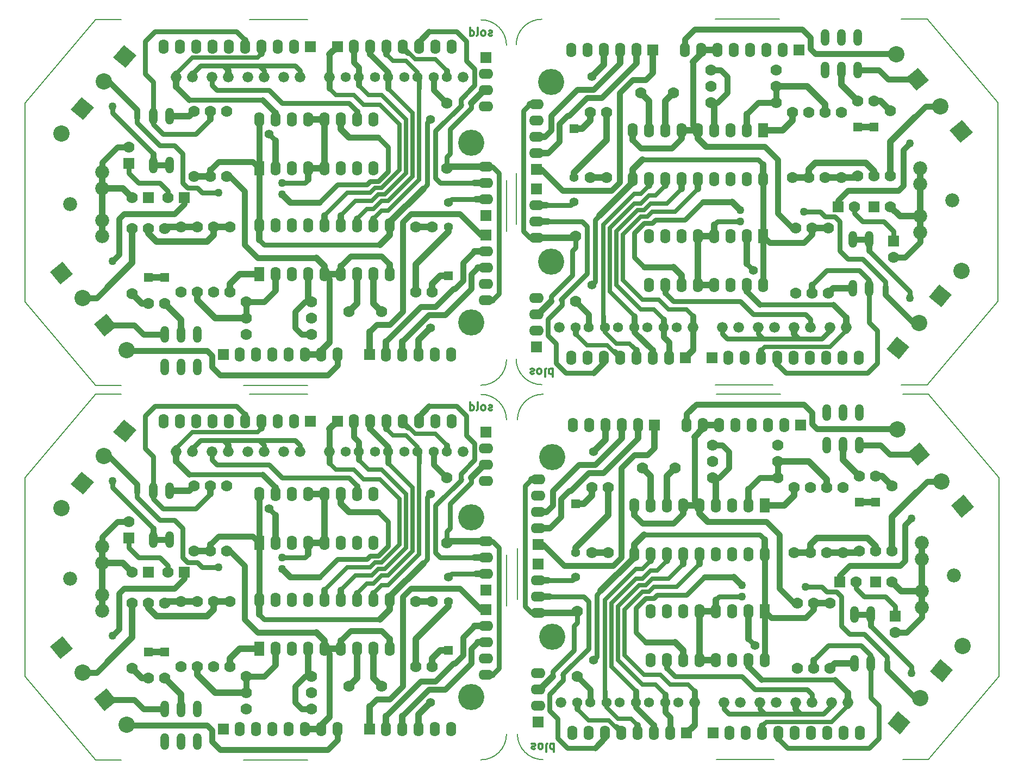
<source format=gbl>
G04 (created by PCBNEW (2013-07-07 BZR 4022)-stable) date 4/2/2015 4:22:26 PM*
%MOIN*%
G04 Gerber Fmt 3.4, Leading zero omitted, Abs format*
%FSLAX34Y34*%
G01*
G70*
G90*
G04 APERTURE LIST*
%ADD10C,0.00590551*%
%ADD11C,0.00787402*%
%ADD12C,0.011811*%
%ADD13O,0.052X0.104*%
%ADD14C,0.0859*%
%ADD15R,0.065X0.065*%
%ADD16O,0.062X0.09*%
%ADD17O,0.09X0.062*%
%ADD18C,0.07*%
%ADD19C,0.062*%
%ADD20C,0.066*%
%ADD21R,0.062X0.09*%
%ADD22R,0.055X0.055*%
%ADD23C,0.055*%
%ADD24C,0.1*%
%ADD25C,0.16*%
%ADD26C,0.05*%
%ADD27C,0.03*%
%ADD28C,0.04*%
%ADD29C,0.035*%
%ADD30C,0.025*%
G04 APERTURE END LIST*
G54D10*
G54D11*
X68251Y-15087D02*
X72188Y-15087D01*
X81243Y-15087D02*
X79668Y-15087D01*
X81243Y-37528D02*
X79668Y-37528D01*
X81243Y-15087D02*
X85574Y-20205D01*
X85574Y-21780D02*
X85574Y-20205D01*
X85574Y-25717D02*
X85574Y-21780D01*
X85574Y-32410D02*
X81243Y-37528D01*
X85574Y-32410D02*
X85574Y-25717D01*
X71794Y-37528D02*
X68251Y-37528D01*
X56046Y-27685D02*
X56046Y-24536D01*
X56046Y-35953D02*
G75*
G03X57621Y-37528I1574J0D01*
G74*
G01*
X57621Y-15087D02*
G75*
G03X56046Y-16662I0J-1574D01*
G74*
G01*
G54D12*
X56930Y-36562D02*
X56978Y-36538D01*
X57073Y-36538D01*
X57121Y-36562D01*
X57145Y-36609D01*
X57145Y-36633D01*
X57121Y-36681D01*
X57073Y-36705D01*
X57002Y-36705D01*
X56954Y-36729D01*
X56930Y-36776D01*
X56930Y-36800D01*
X56954Y-36848D01*
X57002Y-36871D01*
X57073Y-36871D01*
X57121Y-36848D01*
X57430Y-36538D02*
X57383Y-36562D01*
X57359Y-36586D01*
X57335Y-36633D01*
X57335Y-36776D01*
X57359Y-36824D01*
X57383Y-36848D01*
X57430Y-36871D01*
X57502Y-36871D01*
X57549Y-36848D01*
X57573Y-36824D01*
X57597Y-36776D01*
X57597Y-36633D01*
X57573Y-36586D01*
X57549Y-36562D01*
X57502Y-36538D01*
X57430Y-36538D01*
X57883Y-36538D02*
X57835Y-36562D01*
X57811Y-36609D01*
X57811Y-37038D01*
X58287Y-36538D02*
X58287Y-37038D01*
X58287Y-36562D02*
X58240Y-36538D01*
X58145Y-36538D01*
X58097Y-36562D01*
X58073Y-36586D01*
X58049Y-36633D01*
X58049Y-36776D01*
X58073Y-36824D01*
X58097Y-36848D01*
X58145Y-36871D01*
X58240Y-36871D01*
X58287Y-36848D01*
G54D11*
X43248Y-37562D02*
X39311Y-37562D01*
X30256Y-37562D02*
X31831Y-37562D01*
X30256Y-15121D02*
X31831Y-15121D01*
X30256Y-37562D02*
X25925Y-32444D01*
X25925Y-30869D02*
X25925Y-32444D01*
X25925Y-26932D02*
X25925Y-30869D01*
X25925Y-20239D02*
X30256Y-15121D01*
X25925Y-20239D02*
X25925Y-26932D01*
X39705Y-15121D02*
X43248Y-15121D01*
X55453Y-24964D02*
X55453Y-28113D01*
X55453Y-16696D02*
G75*
G03X53878Y-15121I-1574J0D01*
G74*
G01*
X53878Y-37562D02*
G75*
G03X55453Y-35987I0J1574D01*
G74*
G01*
G54D12*
X54569Y-16087D02*
X54521Y-16111D01*
X54426Y-16111D01*
X54378Y-16087D01*
X54354Y-16040D01*
X54354Y-16016D01*
X54378Y-15968D01*
X54426Y-15944D01*
X54497Y-15944D01*
X54545Y-15920D01*
X54569Y-15873D01*
X54569Y-15849D01*
X54545Y-15801D01*
X54497Y-15778D01*
X54426Y-15778D01*
X54378Y-15801D01*
X54069Y-16111D02*
X54116Y-16087D01*
X54140Y-16063D01*
X54164Y-16016D01*
X54164Y-15873D01*
X54140Y-15825D01*
X54116Y-15801D01*
X54069Y-15778D01*
X53997Y-15778D01*
X53950Y-15801D01*
X53926Y-15825D01*
X53902Y-15873D01*
X53902Y-16016D01*
X53926Y-16063D01*
X53950Y-16087D01*
X53997Y-16111D01*
X54069Y-16111D01*
X53616Y-16111D02*
X53664Y-16087D01*
X53688Y-16040D01*
X53688Y-15611D01*
X53212Y-16111D02*
X53212Y-15611D01*
X53212Y-16087D02*
X53259Y-16111D01*
X53354Y-16111D01*
X53402Y-16087D01*
X53426Y-16063D01*
X53450Y-16016D01*
X53450Y-15873D01*
X53426Y-15825D01*
X53402Y-15801D01*
X53354Y-15778D01*
X53259Y-15778D01*
X53212Y-15801D01*
G54D11*
X43248Y-60562D02*
X39311Y-60562D01*
X30256Y-60562D02*
X31831Y-60562D01*
X30256Y-38121D02*
X31831Y-38121D01*
X30256Y-60562D02*
X25925Y-55444D01*
X25925Y-53869D02*
X25925Y-55444D01*
X25925Y-49932D02*
X25925Y-53869D01*
X25925Y-43239D02*
X30256Y-38121D01*
X25925Y-43239D02*
X25925Y-49932D01*
X39705Y-38121D02*
X43248Y-38121D01*
X55453Y-47964D02*
X55453Y-51113D01*
X55453Y-39696D02*
G75*
G03X53878Y-38121I-1574J0D01*
G74*
G01*
X53878Y-60562D02*
G75*
G03X55453Y-58987I0J1574D01*
G74*
G01*
G54D12*
X54569Y-39087D02*
X54521Y-39111D01*
X54426Y-39111D01*
X54378Y-39087D01*
X54354Y-39040D01*
X54354Y-39016D01*
X54378Y-38968D01*
X54426Y-38944D01*
X54497Y-38944D01*
X54545Y-38920D01*
X54569Y-38873D01*
X54569Y-38849D01*
X54545Y-38801D01*
X54497Y-38778D01*
X54426Y-38778D01*
X54378Y-38801D01*
X54069Y-39111D02*
X54116Y-39087D01*
X54140Y-39063D01*
X54164Y-39016D01*
X54164Y-38873D01*
X54140Y-38825D01*
X54116Y-38801D01*
X54069Y-38778D01*
X53997Y-38778D01*
X53950Y-38801D01*
X53926Y-38825D01*
X53902Y-38873D01*
X53902Y-39016D01*
X53926Y-39063D01*
X53950Y-39087D01*
X53997Y-39111D01*
X54069Y-39111D01*
X53616Y-39111D02*
X53664Y-39087D01*
X53688Y-39040D01*
X53688Y-38611D01*
X53212Y-39111D02*
X53212Y-38611D01*
X53212Y-39087D02*
X53259Y-39111D01*
X53354Y-39111D01*
X53402Y-39087D01*
X53426Y-39063D01*
X53450Y-39016D01*
X53450Y-38873D01*
X53426Y-38825D01*
X53402Y-38801D01*
X53354Y-38778D01*
X53259Y-38778D01*
X53212Y-38801D01*
G54D11*
X68326Y-38112D02*
X72263Y-38112D01*
X81318Y-38112D02*
X79743Y-38112D01*
X81318Y-60553D02*
X79743Y-60553D01*
X81318Y-38112D02*
X85649Y-43230D01*
X85649Y-44805D02*
X85649Y-43230D01*
X85649Y-48742D02*
X85649Y-44805D01*
X85649Y-55435D02*
X81318Y-60553D01*
X85649Y-55435D02*
X85649Y-48742D01*
X71869Y-60553D02*
X68326Y-60553D01*
X56121Y-50710D02*
X56121Y-47561D01*
X56121Y-58978D02*
G75*
G03X57696Y-60553I1574J0D01*
G74*
G01*
X57696Y-38112D02*
G75*
G03X56121Y-39687I0J-1574D01*
G74*
G01*
G54D12*
X57005Y-59587D02*
X57053Y-59563D01*
X57148Y-59563D01*
X57196Y-59587D01*
X57220Y-59634D01*
X57220Y-59658D01*
X57196Y-59706D01*
X57148Y-59730D01*
X57077Y-59730D01*
X57029Y-59754D01*
X57005Y-59801D01*
X57005Y-59825D01*
X57029Y-59873D01*
X57077Y-59896D01*
X57148Y-59896D01*
X57196Y-59873D01*
X57505Y-59563D02*
X57458Y-59587D01*
X57434Y-59611D01*
X57410Y-59658D01*
X57410Y-59801D01*
X57434Y-59849D01*
X57458Y-59873D01*
X57505Y-59896D01*
X57577Y-59896D01*
X57624Y-59873D01*
X57648Y-59849D01*
X57672Y-59801D01*
X57672Y-59658D01*
X57648Y-59611D01*
X57624Y-59587D01*
X57577Y-59563D01*
X57505Y-59563D01*
X57958Y-59563D02*
X57910Y-59587D01*
X57886Y-59634D01*
X57886Y-60063D01*
X58362Y-59563D02*
X58362Y-60063D01*
X58362Y-59587D02*
X58315Y-59563D01*
X58220Y-59563D01*
X58172Y-59587D01*
X58148Y-59611D01*
X58124Y-59658D01*
X58124Y-59801D01*
X58148Y-59849D01*
X58172Y-59873D01*
X58220Y-59896D01*
X58315Y-59896D01*
X58362Y-59873D01*
G54D13*
X77000Y-18200D03*
X76000Y-18200D03*
X75000Y-18200D03*
X77000Y-16200D03*
X76000Y-16200D03*
X75000Y-16200D03*
G54D14*
X82800Y-26200D03*
X80832Y-28168D03*
X80832Y-27184D03*
X80832Y-25216D03*
X80832Y-24232D03*
G54D15*
X66418Y-35885D03*
G54D16*
X65418Y-35885D03*
X64418Y-35885D03*
X63418Y-35885D03*
X62418Y-35885D03*
X61418Y-35885D03*
X60418Y-35885D03*
X59418Y-35885D03*
G54D15*
X73406Y-16987D03*
G54D16*
X72406Y-16987D03*
X71406Y-16987D03*
X70406Y-16987D03*
X69406Y-16987D03*
X68406Y-16987D03*
X67406Y-16987D03*
X66406Y-16987D03*
G54D15*
X64433Y-16987D03*
G54D16*
X63433Y-16987D03*
X62433Y-16987D03*
X61433Y-16987D03*
X60433Y-16987D03*
X59433Y-16987D03*
G54D15*
X57300Y-24300D03*
G54D17*
X57300Y-23300D03*
X57300Y-22300D03*
X57300Y-21300D03*
X57300Y-20300D03*
G54D15*
X57300Y-35200D03*
G54D17*
X57300Y-34200D03*
X57300Y-33200D03*
X57300Y-32200D03*
G54D15*
X57300Y-25500D03*
G54D17*
X57300Y-26500D03*
X57300Y-27500D03*
X57300Y-28500D03*
G54D15*
X79200Y-28700D03*
G54D18*
X79200Y-29700D03*
G54D15*
X68063Y-35885D03*
G54D16*
X69063Y-35885D03*
X70063Y-35885D03*
X71063Y-35885D03*
X72063Y-35885D03*
X73063Y-35885D03*
X74063Y-35885D03*
X75063Y-35885D03*
X76063Y-35885D03*
X77063Y-35885D03*
G54D18*
X59700Y-32400D03*
X59700Y-28400D03*
X68000Y-19200D03*
X72000Y-19200D03*
X74000Y-24800D03*
X74000Y-20800D03*
X68000Y-20200D03*
X72000Y-20200D03*
X72000Y-18200D03*
X68000Y-18200D03*
X75000Y-20800D03*
X75000Y-24800D03*
X73000Y-20800D03*
X73000Y-24800D03*
X79000Y-20700D03*
X79000Y-24700D03*
X76000Y-24800D03*
X76000Y-20800D03*
X61600Y-20800D03*
X61600Y-24800D03*
X60600Y-20800D03*
X60600Y-24800D03*
X73200Y-31900D03*
X73200Y-27900D03*
G54D19*
X59700Y-34000D03*
G54D20*
X58700Y-34000D03*
X66900Y-34000D03*
G54D19*
X65900Y-34000D03*
X63300Y-34000D03*
X62300Y-34000D03*
G54D18*
X78000Y-20100D03*
X77000Y-20100D03*
G54D20*
X76300Y-34000D03*
X75300Y-34000D03*
G54D19*
X61500Y-34000D03*
X60500Y-34000D03*
G54D20*
X69700Y-34000D03*
X68700Y-34000D03*
X74100Y-34000D03*
X73100Y-34000D03*
X71900Y-34000D03*
X70900Y-34000D03*
G54D19*
X65100Y-34000D03*
X64100Y-34000D03*
G54D18*
X65700Y-19600D03*
X63700Y-19600D03*
G54D21*
X71200Y-21900D03*
G54D16*
X70200Y-21900D03*
X69200Y-21900D03*
X68200Y-21900D03*
X67200Y-21900D03*
X66200Y-21900D03*
X65200Y-21900D03*
X64200Y-21900D03*
X63200Y-21900D03*
X63200Y-24900D03*
X64200Y-24900D03*
X65200Y-24900D03*
X66200Y-24900D03*
X67200Y-24900D03*
X68200Y-24900D03*
X69200Y-24900D03*
X70200Y-24900D03*
X71200Y-24900D03*
G54D21*
X71200Y-28400D03*
G54D16*
X70200Y-28400D03*
X69200Y-28400D03*
X68200Y-28400D03*
X67200Y-28400D03*
X66200Y-28400D03*
X65200Y-28400D03*
X64200Y-28400D03*
X64200Y-31400D03*
X65200Y-31400D03*
X66200Y-31400D03*
X67200Y-31400D03*
X68200Y-31400D03*
X69200Y-31400D03*
X70200Y-31400D03*
X71200Y-31400D03*
G54D22*
X77000Y-21700D03*
G54D18*
X77000Y-24700D03*
G54D22*
X78000Y-21700D03*
G54D18*
X78000Y-24700D03*
G54D22*
X59600Y-21800D03*
G54D23*
X59600Y-24800D03*
G54D15*
X75800Y-26600D03*
G54D18*
X76800Y-26600D03*
G54D15*
X78000Y-26600D03*
G54D18*
X79000Y-26600D03*
G54D10*
G36*
X82118Y-32770D02*
X81352Y-32127D01*
X81995Y-31361D01*
X82761Y-32004D01*
X82118Y-32770D01*
X82118Y-32770D01*
G37*
G54D24*
X83342Y-30533D03*
G54D10*
G36*
X79518Y-35970D02*
X78752Y-35327D01*
X79395Y-34561D01*
X80161Y-35204D01*
X79518Y-35970D01*
X79518Y-35970D01*
G37*
G54D24*
X80742Y-33733D03*
G54D10*
G36*
X84047Y-22027D02*
X83281Y-22670D01*
X82638Y-21904D01*
X83404Y-21261D01*
X84047Y-22027D01*
X84047Y-22027D01*
G37*
G54D24*
X82057Y-20433D03*
G54D25*
X58193Y-18955D03*
X58193Y-29979D03*
G54D13*
X77700Y-28600D03*
X76700Y-28600D03*
X76700Y-31600D03*
X77700Y-31600D03*
G54D18*
X74200Y-27900D03*
X74200Y-31900D03*
X75200Y-27900D03*
X75200Y-31900D03*
G54D10*
G36*
X81347Y-18827D02*
X80581Y-19470D01*
X79938Y-18704D01*
X80704Y-18061D01*
X81347Y-18827D01*
X81347Y-18827D01*
G37*
G54D24*
X79357Y-17233D03*
G54D13*
X34500Y-34450D03*
X35500Y-34450D03*
X36500Y-34450D03*
X34500Y-36450D03*
X35500Y-36450D03*
X36500Y-36450D03*
G54D14*
X28700Y-26450D03*
X30668Y-24482D03*
X30668Y-25466D03*
X30668Y-27434D03*
X30668Y-28418D03*
G54D15*
X45081Y-16764D03*
G54D16*
X46081Y-16764D03*
X47081Y-16764D03*
X48081Y-16764D03*
X49081Y-16764D03*
X50081Y-16764D03*
X51081Y-16764D03*
X52081Y-16764D03*
G54D15*
X38093Y-35662D03*
G54D16*
X39093Y-35662D03*
X40093Y-35662D03*
X41093Y-35662D03*
X42093Y-35662D03*
X43093Y-35662D03*
X44093Y-35662D03*
X45093Y-35662D03*
G54D15*
X47066Y-35662D03*
G54D16*
X48066Y-35662D03*
X49066Y-35662D03*
X50066Y-35662D03*
X51066Y-35662D03*
X52066Y-35662D03*
G54D15*
X54200Y-28350D03*
G54D17*
X54200Y-29350D03*
X54200Y-30350D03*
X54200Y-31350D03*
X54200Y-32350D03*
G54D15*
X54200Y-17450D03*
G54D17*
X54200Y-18450D03*
X54200Y-19450D03*
X54200Y-20450D03*
G54D15*
X54200Y-27150D03*
G54D17*
X54200Y-26150D03*
X54200Y-25150D03*
X54200Y-24150D03*
G54D15*
X32300Y-23950D03*
G54D18*
X32300Y-22950D03*
G54D15*
X43436Y-16764D03*
G54D16*
X42436Y-16764D03*
X41436Y-16764D03*
X40436Y-16764D03*
X39436Y-16764D03*
X38436Y-16764D03*
X37436Y-16764D03*
X36436Y-16764D03*
X35436Y-16764D03*
X34436Y-16764D03*
G54D18*
X51800Y-20250D03*
X51800Y-24250D03*
X43500Y-33450D03*
X39500Y-33450D03*
X37500Y-27850D03*
X37500Y-31850D03*
X43500Y-32450D03*
X39500Y-32450D03*
X39500Y-34450D03*
X43500Y-34450D03*
X36500Y-31850D03*
X36500Y-27850D03*
X38500Y-31850D03*
X38500Y-27850D03*
X32500Y-31950D03*
X32500Y-27950D03*
X35500Y-27850D03*
X35500Y-31850D03*
X49900Y-31850D03*
X49900Y-27850D03*
X50900Y-31850D03*
X50900Y-27850D03*
X38300Y-20750D03*
X38300Y-24750D03*
G54D19*
X51800Y-18650D03*
G54D20*
X52800Y-18650D03*
X44600Y-18650D03*
G54D19*
X45600Y-18650D03*
X48200Y-18650D03*
X49200Y-18650D03*
G54D18*
X33500Y-32550D03*
X34500Y-32550D03*
G54D20*
X35200Y-18650D03*
X36200Y-18650D03*
G54D19*
X50000Y-18650D03*
X51000Y-18650D03*
G54D20*
X41800Y-18650D03*
X42800Y-18650D03*
X37400Y-18650D03*
X38400Y-18650D03*
X39600Y-18650D03*
X40600Y-18650D03*
G54D19*
X46400Y-18650D03*
X47400Y-18650D03*
G54D18*
X45800Y-33050D03*
X47800Y-33050D03*
G54D21*
X40300Y-30750D03*
G54D16*
X41300Y-30750D03*
X42300Y-30750D03*
X43300Y-30750D03*
X44300Y-30750D03*
X45300Y-30750D03*
X46300Y-30750D03*
X47300Y-30750D03*
X48300Y-30750D03*
X48300Y-27750D03*
X47300Y-27750D03*
X46300Y-27750D03*
X45300Y-27750D03*
X44300Y-27750D03*
X43300Y-27750D03*
X42300Y-27750D03*
X41300Y-27750D03*
X40300Y-27750D03*
G54D21*
X40300Y-24250D03*
G54D16*
X41300Y-24250D03*
X42300Y-24250D03*
X43300Y-24250D03*
X44300Y-24250D03*
X45300Y-24250D03*
X46300Y-24250D03*
X47300Y-24250D03*
X47300Y-21250D03*
X46300Y-21250D03*
X45300Y-21250D03*
X44300Y-21250D03*
X43300Y-21250D03*
X42300Y-21250D03*
X41300Y-21250D03*
X40300Y-21250D03*
G54D22*
X34500Y-30950D03*
G54D18*
X34500Y-27950D03*
G54D22*
X33500Y-30950D03*
G54D18*
X33500Y-27950D03*
G54D22*
X51900Y-30850D03*
G54D23*
X51900Y-27850D03*
G54D15*
X35700Y-26050D03*
G54D18*
X34700Y-26050D03*
G54D15*
X33500Y-26050D03*
G54D18*
X32500Y-26050D03*
G54D10*
G36*
X29381Y-19879D02*
X30147Y-20522D01*
X29504Y-21288D01*
X28738Y-20645D01*
X29381Y-19879D01*
X29381Y-19879D01*
G37*
G54D24*
X28157Y-22116D03*
G54D10*
G36*
X31981Y-16679D02*
X32747Y-17322D01*
X32104Y-18088D01*
X31338Y-17445D01*
X31981Y-16679D01*
X31981Y-16679D01*
G37*
G54D24*
X30757Y-18916D03*
G54D10*
G36*
X27452Y-30622D02*
X28218Y-29979D01*
X28861Y-30745D01*
X28095Y-31388D01*
X27452Y-30622D01*
X27452Y-30622D01*
G37*
G54D24*
X29442Y-32216D03*
G54D25*
X53306Y-33694D03*
X53306Y-22670D03*
G54D13*
X33800Y-24050D03*
X34800Y-24050D03*
X34800Y-21050D03*
X33800Y-21050D03*
G54D18*
X37300Y-24750D03*
X37300Y-20750D03*
X36300Y-24750D03*
X36300Y-20750D03*
G54D10*
G36*
X30152Y-33822D02*
X30918Y-33179D01*
X31561Y-33945D01*
X30795Y-34588D01*
X30152Y-33822D01*
X30152Y-33822D01*
G37*
G54D24*
X32142Y-35416D03*
G54D13*
X34500Y-57450D03*
X35500Y-57450D03*
X36500Y-57450D03*
X34500Y-59450D03*
X35500Y-59450D03*
X36500Y-59450D03*
G54D14*
X28700Y-49450D03*
X30668Y-47482D03*
X30668Y-48466D03*
X30668Y-50434D03*
X30668Y-51418D03*
G54D15*
X45081Y-39764D03*
G54D16*
X46081Y-39764D03*
X47081Y-39764D03*
X48081Y-39764D03*
X49081Y-39764D03*
X50081Y-39764D03*
X51081Y-39764D03*
X52081Y-39764D03*
G54D15*
X38093Y-58662D03*
G54D16*
X39093Y-58662D03*
X40093Y-58662D03*
X41093Y-58662D03*
X42093Y-58662D03*
X43093Y-58662D03*
X44093Y-58662D03*
X45093Y-58662D03*
G54D15*
X47066Y-58662D03*
G54D16*
X48066Y-58662D03*
X49066Y-58662D03*
X50066Y-58662D03*
X51066Y-58662D03*
X52066Y-58662D03*
G54D15*
X54200Y-51350D03*
G54D17*
X54200Y-52350D03*
X54200Y-53350D03*
X54200Y-54350D03*
X54200Y-55350D03*
G54D15*
X54200Y-40450D03*
G54D17*
X54200Y-41450D03*
X54200Y-42450D03*
X54200Y-43450D03*
G54D15*
X54200Y-50150D03*
G54D17*
X54200Y-49150D03*
X54200Y-48150D03*
X54200Y-47150D03*
G54D15*
X32300Y-46950D03*
G54D18*
X32300Y-45950D03*
G54D15*
X43436Y-39764D03*
G54D16*
X42436Y-39764D03*
X41436Y-39764D03*
X40436Y-39764D03*
X39436Y-39764D03*
X38436Y-39764D03*
X37436Y-39764D03*
X36436Y-39764D03*
X35436Y-39764D03*
X34436Y-39764D03*
G54D18*
X51800Y-43250D03*
X51800Y-47250D03*
X43500Y-56450D03*
X39500Y-56450D03*
X37500Y-50850D03*
X37500Y-54850D03*
X43500Y-55450D03*
X39500Y-55450D03*
X39500Y-57450D03*
X43500Y-57450D03*
X36500Y-54850D03*
X36500Y-50850D03*
X38500Y-54850D03*
X38500Y-50850D03*
X32500Y-54950D03*
X32500Y-50950D03*
X35500Y-50850D03*
X35500Y-54850D03*
X49900Y-54850D03*
X49900Y-50850D03*
X50900Y-54850D03*
X50900Y-50850D03*
X38300Y-43750D03*
X38300Y-47750D03*
G54D19*
X51800Y-41650D03*
G54D20*
X52800Y-41650D03*
X44600Y-41650D03*
G54D19*
X45600Y-41650D03*
X48200Y-41650D03*
X49200Y-41650D03*
G54D18*
X33500Y-55550D03*
X34500Y-55550D03*
G54D20*
X35200Y-41650D03*
X36200Y-41650D03*
G54D19*
X50000Y-41650D03*
X51000Y-41650D03*
G54D20*
X41800Y-41650D03*
X42800Y-41650D03*
X37400Y-41650D03*
X38400Y-41650D03*
X39600Y-41650D03*
X40600Y-41650D03*
G54D19*
X46400Y-41650D03*
X47400Y-41650D03*
G54D18*
X45800Y-56050D03*
X47800Y-56050D03*
G54D21*
X40300Y-53750D03*
G54D16*
X41300Y-53750D03*
X42300Y-53750D03*
X43300Y-53750D03*
X44300Y-53750D03*
X45300Y-53750D03*
X46300Y-53750D03*
X47300Y-53750D03*
X48300Y-53750D03*
X48300Y-50750D03*
X47300Y-50750D03*
X46300Y-50750D03*
X45300Y-50750D03*
X44300Y-50750D03*
X43300Y-50750D03*
X42300Y-50750D03*
X41300Y-50750D03*
X40300Y-50750D03*
G54D21*
X40300Y-47250D03*
G54D16*
X41300Y-47250D03*
X42300Y-47250D03*
X43300Y-47250D03*
X44300Y-47250D03*
X45300Y-47250D03*
X46300Y-47250D03*
X47300Y-47250D03*
X47300Y-44250D03*
X46300Y-44250D03*
X45300Y-44250D03*
X44300Y-44250D03*
X43300Y-44250D03*
X42300Y-44250D03*
X41300Y-44250D03*
X40300Y-44250D03*
G54D22*
X34500Y-53950D03*
G54D18*
X34500Y-50950D03*
G54D22*
X33500Y-53950D03*
G54D18*
X33500Y-50950D03*
G54D22*
X51900Y-53850D03*
G54D23*
X51900Y-50850D03*
G54D15*
X35700Y-49050D03*
G54D18*
X34700Y-49050D03*
G54D15*
X33500Y-49050D03*
G54D18*
X32500Y-49050D03*
G54D10*
G36*
X29381Y-42879D02*
X30147Y-43522D01*
X29504Y-44288D01*
X28738Y-43645D01*
X29381Y-42879D01*
X29381Y-42879D01*
G37*
G54D24*
X28157Y-45116D03*
G54D10*
G36*
X31981Y-39679D02*
X32747Y-40322D01*
X32104Y-41088D01*
X31338Y-40445D01*
X31981Y-39679D01*
X31981Y-39679D01*
G37*
G54D24*
X30757Y-41916D03*
G54D10*
G36*
X27452Y-53622D02*
X28218Y-52979D01*
X28861Y-53745D01*
X28095Y-54388D01*
X27452Y-53622D01*
X27452Y-53622D01*
G37*
G54D24*
X29442Y-55216D03*
G54D25*
X53306Y-56694D03*
X53306Y-45670D03*
G54D13*
X33800Y-47050D03*
X34800Y-47050D03*
X34800Y-44050D03*
X33800Y-44050D03*
G54D18*
X37300Y-47750D03*
X37300Y-43750D03*
X36300Y-47750D03*
X36300Y-43750D03*
G54D10*
G36*
X30152Y-56822D02*
X30918Y-56179D01*
X31561Y-56945D01*
X30795Y-57588D01*
X30152Y-56822D01*
X30152Y-56822D01*
G37*
G54D24*
X32142Y-58416D03*
G54D13*
X77075Y-41225D03*
X76075Y-41225D03*
X75075Y-41225D03*
X77075Y-39225D03*
X76075Y-39225D03*
X75075Y-39225D03*
G54D14*
X82875Y-49225D03*
X80907Y-51193D03*
X80907Y-50209D03*
X80907Y-48241D03*
X80907Y-47257D03*
G54D15*
X66493Y-58910D03*
G54D16*
X65493Y-58910D03*
X64493Y-58910D03*
X63493Y-58910D03*
X62493Y-58910D03*
X61493Y-58910D03*
X60493Y-58910D03*
X59493Y-58910D03*
G54D15*
X73481Y-40012D03*
G54D16*
X72481Y-40012D03*
X71481Y-40012D03*
X70481Y-40012D03*
X69481Y-40012D03*
X68481Y-40012D03*
X67481Y-40012D03*
X66481Y-40012D03*
G54D15*
X64508Y-40012D03*
G54D16*
X63508Y-40012D03*
X62508Y-40012D03*
X61508Y-40012D03*
X60508Y-40012D03*
X59508Y-40012D03*
G54D15*
X57375Y-47325D03*
G54D17*
X57375Y-46325D03*
X57375Y-45325D03*
X57375Y-44325D03*
X57375Y-43325D03*
G54D15*
X57375Y-58225D03*
G54D17*
X57375Y-57225D03*
X57375Y-56225D03*
X57375Y-55225D03*
G54D15*
X57375Y-48525D03*
G54D17*
X57375Y-49525D03*
X57375Y-50525D03*
X57375Y-51525D03*
G54D15*
X79275Y-51725D03*
G54D18*
X79275Y-52725D03*
G54D15*
X68138Y-58910D03*
G54D16*
X69138Y-58910D03*
X70138Y-58910D03*
X71138Y-58910D03*
X72138Y-58910D03*
X73138Y-58910D03*
X74138Y-58910D03*
X75138Y-58910D03*
X76138Y-58910D03*
X77138Y-58910D03*
G54D18*
X59775Y-55425D03*
X59775Y-51425D03*
X68075Y-42225D03*
X72075Y-42225D03*
X74075Y-47825D03*
X74075Y-43825D03*
X68075Y-43225D03*
X72075Y-43225D03*
X72075Y-41225D03*
X68075Y-41225D03*
X75075Y-43825D03*
X75075Y-47825D03*
X73075Y-43825D03*
X73075Y-47825D03*
X79075Y-43725D03*
X79075Y-47725D03*
X76075Y-47825D03*
X76075Y-43825D03*
X61675Y-43825D03*
X61675Y-47825D03*
X60675Y-43825D03*
X60675Y-47825D03*
X73275Y-54925D03*
X73275Y-50925D03*
G54D19*
X59775Y-57025D03*
G54D20*
X58775Y-57025D03*
X66975Y-57025D03*
G54D19*
X65975Y-57025D03*
X63375Y-57025D03*
X62375Y-57025D03*
G54D18*
X78075Y-43125D03*
X77075Y-43125D03*
G54D20*
X76375Y-57025D03*
X75375Y-57025D03*
G54D19*
X61575Y-57025D03*
X60575Y-57025D03*
G54D20*
X69775Y-57025D03*
X68775Y-57025D03*
X74175Y-57025D03*
X73175Y-57025D03*
X71975Y-57025D03*
X70975Y-57025D03*
G54D19*
X65175Y-57025D03*
X64175Y-57025D03*
G54D18*
X65775Y-42625D03*
X63775Y-42625D03*
G54D21*
X71275Y-44925D03*
G54D16*
X70275Y-44925D03*
X69275Y-44925D03*
X68275Y-44925D03*
X67275Y-44925D03*
X66275Y-44925D03*
X65275Y-44925D03*
X64275Y-44925D03*
X63275Y-44925D03*
X63275Y-47925D03*
X64275Y-47925D03*
X65275Y-47925D03*
X66275Y-47925D03*
X67275Y-47925D03*
X68275Y-47925D03*
X69275Y-47925D03*
X70275Y-47925D03*
X71275Y-47925D03*
G54D21*
X71275Y-51425D03*
G54D16*
X70275Y-51425D03*
X69275Y-51425D03*
X68275Y-51425D03*
X67275Y-51425D03*
X66275Y-51425D03*
X65275Y-51425D03*
X64275Y-51425D03*
X64275Y-54425D03*
X65275Y-54425D03*
X66275Y-54425D03*
X67275Y-54425D03*
X68275Y-54425D03*
X69275Y-54425D03*
X70275Y-54425D03*
X71275Y-54425D03*
G54D22*
X77075Y-44725D03*
G54D18*
X77075Y-47725D03*
G54D22*
X78075Y-44725D03*
G54D18*
X78075Y-47725D03*
G54D22*
X59675Y-44825D03*
G54D23*
X59675Y-47825D03*
G54D15*
X75875Y-49625D03*
G54D18*
X76875Y-49625D03*
G54D15*
X78075Y-49625D03*
G54D18*
X79075Y-49625D03*
G54D10*
G36*
X82193Y-55795D02*
X81427Y-55152D01*
X82070Y-54386D01*
X82836Y-55029D01*
X82193Y-55795D01*
X82193Y-55795D01*
G37*
G54D24*
X83417Y-53558D03*
G54D10*
G36*
X79593Y-58995D02*
X78827Y-58352D01*
X79470Y-57586D01*
X80236Y-58229D01*
X79593Y-58995D01*
X79593Y-58995D01*
G37*
G54D24*
X80817Y-56758D03*
G54D10*
G36*
X84122Y-45052D02*
X83356Y-45695D01*
X82713Y-44929D01*
X83479Y-44286D01*
X84122Y-45052D01*
X84122Y-45052D01*
G37*
G54D24*
X82132Y-43458D03*
G54D25*
X58268Y-41980D03*
X58268Y-53004D03*
G54D13*
X77775Y-51625D03*
X76775Y-51625D03*
X76775Y-54625D03*
X77775Y-54625D03*
G54D18*
X74275Y-50925D03*
X74275Y-54925D03*
X75275Y-50925D03*
X75275Y-54925D03*
G54D10*
G36*
X81422Y-41852D02*
X80656Y-42495D01*
X80013Y-41729D01*
X80779Y-41086D01*
X81422Y-41852D01*
X81422Y-41852D01*
G37*
G54D24*
X79432Y-40258D03*
G54D23*
X60700Y-31400D03*
X50800Y-21250D03*
X50800Y-44250D03*
X60775Y-54425D03*
X70600Y-30500D03*
X40900Y-22150D03*
X40900Y-45150D03*
X70675Y-53525D03*
X60700Y-18600D03*
X59600Y-26300D03*
X50800Y-34050D03*
X51900Y-26350D03*
X50800Y-57050D03*
X51900Y-49350D03*
X60775Y-41625D03*
X59675Y-49325D03*
G54D26*
X69800Y-27500D03*
X80200Y-32200D03*
X41700Y-25150D03*
X31300Y-20450D03*
X41700Y-48150D03*
X31300Y-43450D03*
X69875Y-50525D03*
X80275Y-55225D03*
X73700Y-26900D03*
X69800Y-26800D03*
X37800Y-25750D03*
X41700Y-25850D03*
X37800Y-48750D03*
X41700Y-48850D03*
X73775Y-49925D03*
X69875Y-49825D03*
X80200Y-22700D03*
X31300Y-29950D03*
X31300Y-52950D03*
X80275Y-45725D03*
G54D27*
X60900Y-31100D02*
X60900Y-31200D01*
X60900Y-31200D02*
X60700Y-31400D01*
X61150Y-27150D02*
X60900Y-27400D01*
X60900Y-27400D02*
X60900Y-31100D01*
G54D28*
X71200Y-24900D02*
X71200Y-24000D01*
X63200Y-24300D02*
X63200Y-24900D01*
X63800Y-23700D02*
X63200Y-24300D01*
G54D27*
X70900Y-23700D02*
X63800Y-23700D01*
X71200Y-24000D02*
X70900Y-23700D01*
G54D28*
X63200Y-24900D02*
X63200Y-25100D01*
X63200Y-25100D02*
X61150Y-27150D01*
X74200Y-27900D02*
X74200Y-28300D01*
G54D29*
X71600Y-28800D02*
X71200Y-28400D01*
X73700Y-28800D02*
X71600Y-28800D01*
X74200Y-28300D02*
X73700Y-28800D01*
G54D28*
X75200Y-27900D02*
X74200Y-27900D01*
G54D29*
X71200Y-28400D02*
X71200Y-31400D01*
X71200Y-24900D02*
X71200Y-28400D01*
G54D27*
X50600Y-21550D02*
X50600Y-21450D01*
X50600Y-21450D02*
X50800Y-21250D01*
X50350Y-25500D02*
X50600Y-25250D01*
X50600Y-25250D02*
X50600Y-21550D01*
G54D28*
X40300Y-27750D02*
X40300Y-28650D01*
X48300Y-28350D02*
X48300Y-27750D01*
X47700Y-28950D02*
X48300Y-28350D01*
G54D27*
X40600Y-28950D02*
X47700Y-28950D01*
X40300Y-28650D02*
X40600Y-28950D01*
G54D28*
X48300Y-27750D02*
X48300Y-27550D01*
X48300Y-27550D02*
X50350Y-25500D01*
X37300Y-24750D02*
X37300Y-24350D01*
G54D29*
X39900Y-23850D02*
X40300Y-24250D01*
X37800Y-23850D02*
X39900Y-23850D01*
X37300Y-24350D02*
X37800Y-23850D01*
G54D28*
X36300Y-24750D02*
X37300Y-24750D01*
G54D29*
X40300Y-24250D02*
X40300Y-21250D01*
X40300Y-27750D02*
X40300Y-24250D01*
G54D27*
X50600Y-44550D02*
X50600Y-44450D01*
X50600Y-44450D02*
X50800Y-44250D01*
X50350Y-48500D02*
X50600Y-48250D01*
X50600Y-48250D02*
X50600Y-44550D01*
G54D28*
X40300Y-50750D02*
X40300Y-51650D01*
X48300Y-51350D02*
X48300Y-50750D01*
X47700Y-51950D02*
X48300Y-51350D01*
G54D27*
X40600Y-51950D02*
X47700Y-51950D01*
X40300Y-51650D02*
X40600Y-51950D01*
G54D28*
X48300Y-50750D02*
X48300Y-50550D01*
X48300Y-50550D02*
X50350Y-48500D01*
X37300Y-47750D02*
X37300Y-47350D01*
G54D29*
X39900Y-46850D02*
X40300Y-47250D01*
X37800Y-46850D02*
X39900Y-46850D01*
X37300Y-47350D02*
X37800Y-46850D01*
G54D28*
X36300Y-47750D02*
X37300Y-47750D01*
G54D29*
X40300Y-47250D02*
X40300Y-44250D01*
X40300Y-50750D02*
X40300Y-47250D01*
G54D27*
X60975Y-54125D02*
X60975Y-54225D01*
X60975Y-54225D02*
X60775Y-54425D01*
X61225Y-50175D02*
X60975Y-50425D01*
X60975Y-50425D02*
X60975Y-54125D01*
G54D28*
X71275Y-47925D02*
X71275Y-47025D01*
X63275Y-47325D02*
X63275Y-47925D01*
X63875Y-46725D02*
X63275Y-47325D01*
G54D27*
X70975Y-46725D02*
X63875Y-46725D01*
X71275Y-47025D02*
X70975Y-46725D01*
G54D28*
X63275Y-47925D02*
X63275Y-48125D01*
X63275Y-48125D02*
X61225Y-50175D01*
X74275Y-50925D02*
X74275Y-51325D01*
G54D29*
X71675Y-51825D02*
X71275Y-51425D01*
X73775Y-51825D02*
X71675Y-51825D01*
X74275Y-51325D02*
X73775Y-51825D01*
G54D28*
X75275Y-50925D02*
X74275Y-50925D01*
G54D29*
X71275Y-51425D02*
X71275Y-54425D01*
X71275Y-47925D02*
X71275Y-51425D01*
X82057Y-20433D02*
X81166Y-20433D01*
X81166Y-20433D02*
X80200Y-21400D01*
X80666Y-20933D02*
X80500Y-21100D01*
G54D28*
X79000Y-22600D02*
X79000Y-24700D01*
X80500Y-21100D02*
X80200Y-21400D01*
X80200Y-21400D02*
X79000Y-22600D01*
G54D29*
X29442Y-32216D02*
X30333Y-32216D01*
X30333Y-32216D02*
X31300Y-31250D01*
X30833Y-31716D02*
X31000Y-31550D01*
G54D28*
X32500Y-30050D02*
X32500Y-27950D01*
X31000Y-31550D02*
X31300Y-31250D01*
X31300Y-31250D02*
X32500Y-30050D01*
G54D29*
X29442Y-55216D02*
X30333Y-55216D01*
X30333Y-55216D02*
X31300Y-54250D01*
X30833Y-54716D02*
X31000Y-54550D01*
G54D28*
X32500Y-53050D02*
X32500Y-50950D01*
X31000Y-54550D02*
X31300Y-54250D01*
X31300Y-54250D02*
X32500Y-53050D01*
G54D29*
X82132Y-43458D02*
X81241Y-43458D01*
X81241Y-43458D02*
X80275Y-44425D01*
X80741Y-43958D02*
X80575Y-44125D01*
G54D28*
X79075Y-45625D02*
X79075Y-47725D01*
X80575Y-44125D02*
X80275Y-44425D01*
X80275Y-44425D02*
X79075Y-45625D01*
X57300Y-27500D02*
X58000Y-27500D01*
G54D27*
X58850Y-32250D02*
X58850Y-32650D01*
G54D28*
X61418Y-36181D02*
X61418Y-35885D01*
G54D29*
X60800Y-36800D02*
X61418Y-36181D01*
G54D27*
X59100Y-36800D02*
X60800Y-36800D01*
X58500Y-36200D02*
X59100Y-36800D01*
X58500Y-35000D02*
X58500Y-36200D01*
X58000Y-34500D02*
X58500Y-35000D01*
X58000Y-33500D02*
X58000Y-34500D01*
X58850Y-32650D02*
X58000Y-33500D01*
X60400Y-30500D02*
X60400Y-30700D01*
X60100Y-27500D02*
X60400Y-27800D01*
X60400Y-27800D02*
X60400Y-30500D01*
X58000Y-27500D02*
X60100Y-27500D01*
X60400Y-30700D02*
X58850Y-32250D01*
X58850Y-32250D02*
X58800Y-32300D01*
G54D28*
X54200Y-25150D02*
X53500Y-25150D01*
G54D27*
X52650Y-20400D02*
X52650Y-20000D01*
G54D28*
X50081Y-16468D02*
X50081Y-16764D01*
G54D29*
X50700Y-15850D02*
X50081Y-16468D01*
G54D27*
X52400Y-15850D02*
X50700Y-15850D01*
X53000Y-16450D02*
X52400Y-15850D01*
X53000Y-17650D02*
X53000Y-16450D01*
X53500Y-18150D02*
X53000Y-17650D01*
X53500Y-19150D02*
X53500Y-18150D01*
X52650Y-20000D02*
X53500Y-19150D01*
X51100Y-22150D02*
X51100Y-21950D01*
X51400Y-25150D02*
X51100Y-24850D01*
X51100Y-24850D02*
X51100Y-22150D01*
X53500Y-25150D02*
X51400Y-25150D01*
X51100Y-21950D02*
X52650Y-20400D01*
X52650Y-20400D02*
X52700Y-20350D01*
G54D28*
X54200Y-48150D02*
X53500Y-48150D01*
G54D27*
X52650Y-43400D02*
X52650Y-43000D01*
G54D28*
X50081Y-39468D02*
X50081Y-39764D01*
G54D29*
X50700Y-38850D02*
X50081Y-39468D01*
G54D27*
X52400Y-38850D02*
X50700Y-38850D01*
X53000Y-39450D02*
X52400Y-38850D01*
X53000Y-40650D02*
X53000Y-39450D01*
X53500Y-41150D02*
X53000Y-40650D01*
X53500Y-42150D02*
X53500Y-41150D01*
X52650Y-43000D02*
X53500Y-42150D01*
X51100Y-45150D02*
X51100Y-44950D01*
X51400Y-48150D02*
X51100Y-47850D01*
X51100Y-47850D02*
X51100Y-45150D01*
X53500Y-48150D02*
X51400Y-48150D01*
X51100Y-44950D02*
X52650Y-43400D01*
X52650Y-43400D02*
X52700Y-43350D01*
G54D28*
X57375Y-50525D02*
X58075Y-50525D01*
G54D27*
X58925Y-55275D02*
X58925Y-55675D01*
G54D28*
X61493Y-59206D02*
X61493Y-58910D01*
G54D29*
X60875Y-59825D02*
X61493Y-59206D01*
G54D27*
X59175Y-59825D02*
X60875Y-59825D01*
X58575Y-59225D02*
X59175Y-59825D01*
X58575Y-58025D02*
X58575Y-59225D01*
X58075Y-57525D02*
X58575Y-58025D01*
X58075Y-56525D02*
X58075Y-57525D01*
X58925Y-55675D02*
X58075Y-56525D01*
X60475Y-53525D02*
X60475Y-53725D01*
X60175Y-50525D02*
X60475Y-50825D01*
X60475Y-50825D02*
X60475Y-53525D01*
X58075Y-50525D02*
X60175Y-50525D01*
X60475Y-53725D02*
X58925Y-55275D01*
X58925Y-55275D02*
X58875Y-55325D01*
G54D29*
X62418Y-35885D02*
X62418Y-35818D01*
X62418Y-35818D02*
X62100Y-35500D01*
G54D28*
X62418Y-35885D02*
X62385Y-35885D01*
G54D29*
X59700Y-34000D02*
X59700Y-34400D01*
G54D30*
X59700Y-34400D02*
X60400Y-35100D01*
X60400Y-35100D02*
X61633Y-35100D01*
X61633Y-35100D02*
X62100Y-35566D01*
G54D29*
X49081Y-16764D02*
X49081Y-16831D01*
X49081Y-16831D02*
X49400Y-17150D01*
G54D28*
X49081Y-16764D02*
X49114Y-16764D01*
G54D29*
X51800Y-18650D02*
X51800Y-18250D01*
G54D30*
X51800Y-18250D02*
X51100Y-17550D01*
X51100Y-17550D02*
X49866Y-17550D01*
X49866Y-17550D02*
X49400Y-17083D01*
G54D29*
X49081Y-39764D02*
X49081Y-39831D01*
X49081Y-39831D02*
X49400Y-40150D01*
G54D28*
X49081Y-39764D02*
X49114Y-39764D01*
G54D29*
X51800Y-41650D02*
X51800Y-41250D01*
G54D30*
X51800Y-41250D02*
X51100Y-40550D01*
X51100Y-40550D02*
X49866Y-40550D01*
X49866Y-40550D02*
X49400Y-40083D01*
G54D29*
X62493Y-58910D02*
X62493Y-58843D01*
X62493Y-58843D02*
X62175Y-58525D01*
G54D28*
X62493Y-58910D02*
X62460Y-58910D01*
G54D29*
X59775Y-57025D02*
X59775Y-57425D01*
G54D30*
X59775Y-57425D02*
X60475Y-58125D01*
X60475Y-58125D02*
X61708Y-58125D01*
X61708Y-58125D02*
X62175Y-58591D01*
G54D28*
X64433Y-16987D02*
X64433Y-18366D01*
G54D29*
X57600Y-24300D02*
X57300Y-24300D01*
X58900Y-25600D02*
X57600Y-24300D01*
X61900Y-25600D02*
X58900Y-25600D01*
X62400Y-25100D02*
X61900Y-25600D01*
X62400Y-19600D02*
X62400Y-25100D01*
X63200Y-18800D02*
X62400Y-19600D01*
X64000Y-18800D02*
X63200Y-18800D01*
X64433Y-18366D02*
X64000Y-18800D01*
G54D28*
X47066Y-35662D02*
X47066Y-34283D01*
G54D29*
X53900Y-28350D02*
X54200Y-28350D01*
X52600Y-27050D02*
X53900Y-28350D01*
X49600Y-27050D02*
X52600Y-27050D01*
X49100Y-27550D02*
X49600Y-27050D01*
X49100Y-33050D02*
X49100Y-27550D01*
X48300Y-33850D02*
X49100Y-33050D01*
X47500Y-33850D02*
X48300Y-33850D01*
X47066Y-34283D02*
X47500Y-33850D01*
G54D28*
X47066Y-58662D02*
X47066Y-57283D01*
G54D29*
X53900Y-51350D02*
X54200Y-51350D01*
X52600Y-50050D02*
X53900Y-51350D01*
X49600Y-50050D02*
X52600Y-50050D01*
X49100Y-50550D02*
X49600Y-50050D01*
X49100Y-56050D02*
X49100Y-50550D01*
X48300Y-56850D02*
X49100Y-56050D01*
X47500Y-56850D02*
X48300Y-56850D01*
X47066Y-57283D02*
X47500Y-56850D01*
G54D28*
X64508Y-40012D02*
X64508Y-41391D01*
G54D29*
X57675Y-47325D02*
X57375Y-47325D01*
X58975Y-48625D02*
X57675Y-47325D01*
X61975Y-48625D02*
X58975Y-48625D01*
X62475Y-48125D02*
X61975Y-48625D01*
X62475Y-42625D02*
X62475Y-48125D01*
X63275Y-41825D02*
X62475Y-42625D01*
X64075Y-41825D02*
X63275Y-41825D01*
X64508Y-41391D02*
X64075Y-41825D01*
G54D27*
X70200Y-30100D02*
X70600Y-30500D01*
G54D28*
X70200Y-28400D02*
X70200Y-30100D01*
G54D27*
X41300Y-22550D02*
X40900Y-22150D01*
G54D28*
X41300Y-24250D02*
X41300Y-22550D01*
G54D27*
X41300Y-45550D02*
X40900Y-45150D01*
G54D28*
X41300Y-47250D02*
X41300Y-45550D01*
G54D27*
X70275Y-53125D02*
X70675Y-53525D01*
G54D28*
X70275Y-51425D02*
X70275Y-53125D01*
G54D29*
X65200Y-31400D02*
X65200Y-31900D01*
G54D27*
X74100Y-33500D02*
X74100Y-34000D01*
X73800Y-33200D02*
X74100Y-33500D01*
X70600Y-33200D02*
X73800Y-33200D01*
X69800Y-32400D02*
X70600Y-33200D01*
X65700Y-32400D02*
X69800Y-32400D01*
X65200Y-31900D02*
X65700Y-32400D01*
G54D29*
X46300Y-21250D02*
X46300Y-20750D01*
G54D27*
X37400Y-19150D02*
X37400Y-18650D01*
X37700Y-19450D02*
X37400Y-19150D01*
X40900Y-19450D02*
X37700Y-19450D01*
X41700Y-20250D02*
X40900Y-19450D01*
X45800Y-20250D02*
X41700Y-20250D01*
X46300Y-20750D02*
X45800Y-20250D01*
G54D29*
X46300Y-44250D02*
X46300Y-43750D01*
G54D27*
X37400Y-42150D02*
X37400Y-41650D01*
X37700Y-42450D02*
X37400Y-42150D01*
X40900Y-42450D02*
X37700Y-42450D01*
X41700Y-43250D02*
X40900Y-42450D01*
X45800Y-43250D02*
X41700Y-43250D01*
X46300Y-43750D02*
X45800Y-43250D01*
G54D29*
X65275Y-54425D02*
X65275Y-54925D01*
G54D27*
X74175Y-56525D02*
X74175Y-57025D01*
X73875Y-56225D02*
X74175Y-56525D01*
X70675Y-56225D02*
X73875Y-56225D01*
X69875Y-55425D02*
X70675Y-56225D01*
X65775Y-55425D02*
X69875Y-55425D01*
X65275Y-54925D02*
X65775Y-55425D01*
G54D28*
X76300Y-34000D02*
X76300Y-34200D01*
X71063Y-35436D02*
X71063Y-35885D01*
G54D30*
X71300Y-35200D02*
X71063Y-35436D01*
X75300Y-35200D02*
X71300Y-35200D01*
X76300Y-34200D02*
X75300Y-35200D01*
G54D28*
X70200Y-31400D02*
X70200Y-31800D01*
X76300Y-33400D02*
X76300Y-34000D01*
G54D29*
X75500Y-32600D02*
X76300Y-33400D01*
G54D27*
X71000Y-32600D02*
X75500Y-32600D01*
G54D29*
X70200Y-31800D02*
X71000Y-32600D01*
G54D28*
X35200Y-18650D02*
X35200Y-18450D01*
X40436Y-17213D02*
X40436Y-16764D01*
G54D30*
X40200Y-17450D02*
X40436Y-17213D01*
X36200Y-17450D02*
X40200Y-17450D01*
X35200Y-18450D02*
X36200Y-17450D01*
G54D28*
X41300Y-21250D02*
X41300Y-20850D01*
X35200Y-19250D02*
X35200Y-18650D01*
G54D29*
X36000Y-20050D02*
X35200Y-19250D01*
G54D27*
X40500Y-20050D02*
X36000Y-20050D01*
G54D29*
X41300Y-20850D02*
X40500Y-20050D01*
G54D28*
X35200Y-41650D02*
X35200Y-41450D01*
X40436Y-40213D02*
X40436Y-39764D01*
G54D30*
X40200Y-40450D02*
X40436Y-40213D01*
X36200Y-40450D02*
X40200Y-40450D01*
X35200Y-41450D02*
X36200Y-40450D01*
G54D28*
X41300Y-44250D02*
X41300Y-43850D01*
X35200Y-42250D02*
X35200Y-41650D01*
G54D29*
X36000Y-43050D02*
X35200Y-42250D01*
G54D27*
X40500Y-43050D02*
X36000Y-43050D01*
G54D29*
X41300Y-43850D02*
X40500Y-43050D01*
G54D28*
X76375Y-57025D02*
X76375Y-57225D01*
X71138Y-58461D02*
X71138Y-58910D01*
G54D30*
X71375Y-58225D02*
X71138Y-58461D01*
X75375Y-58225D02*
X71375Y-58225D01*
X76375Y-57225D02*
X75375Y-58225D01*
G54D28*
X70275Y-54425D02*
X70275Y-54825D01*
X76375Y-56425D02*
X76375Y-57025D01*
G54D29*
X75575Y-55625D02*
X76375Y-56425D01*
G54D27*
X71075Y-55625D02*
X75575Y-55625D01*
G54D29*
X70275Y-54825D02*
X71075Y-55625D01*
G54D28*
X63433Y-16987D02*
X63433Y-17766D01*
X58000Y-23300D02*
X57300Y-23300D01*
G54D29*
X58700Y-22600D02*
X58000Y-23300D01*
X58700Y-21500D02*
X58700Y-22600D01*
X59200Y-21000D02*
X58700Y-21500D01*
X59300Y-21000D02*
X59200Y-21000D01*
X60400Y-19900D02*
X59300Y-21000D01*
X61300Y-19900D02*
X60400Y-19900D01*
X63433Y-17766D02*
X61300Y-19900D01*
G54D28*
X48066Y-35662D02*
X48066Y-34883D01*
X53500Y-29350D02*
X54200Y-29350D01*
G54D29*
X52800Y-30050D02*
X53500Y-29350D01*
X52800Y-31150D02*
X52800Y-30050D01*
X52300Y-31650D02*
X52800Y-31150D01*
X52200Y-31650D02*
X52300Y-31650D01*
X51100Y-32750D02*
X52200Y-31650D01*
X50200Y-32750D02*
X51100Y-32750D01*
X48066Y-34883D02*
X50200Y-32750D01*
G54D28*
X48066Y-58662D02*
X48066Y-57883D01*
X53500Y-52350D02*
X54200Y-52350D01*
G54D29*
X52800Y-53050D02*
X53500Y-52350D01*
X52800Y-54150D02*
X52800Y-53050D01*
X52300Y-54650D02*
X52800Y-54150D01*
X52200Y-54650D02*
X52300Y-54650D01*
X51100Y-55750D02*
X52200Y-54650D01*
X50200Y-55750D02*
X51100Y-55750D01*
X48066Y-57883D02*
X50200Y-55750D01*
G54D28*
X63508Y-40012D02*
X63508Y-40791D01*
X58075Y-46325D02*
X57375Y-46325D01*
G54D29*
X58775Y-45625D02*
X58075Y-46325D01*
X58775Y-44525D02*
X58775Y-45625D01*
X59275Y-44025D02*
X58775Y-44525D01*
X59375Y-44025D02*
X59275Y-44025D01*
X60475Y-42925D02*
X59375Y-44025D01*
X61375Y-42925D02*
X60475Y-42925D01*
X63508Y-40791D02*
X61375Y-42925D01*
G54D28*
X64200Y-24900D02*
X64200Y-25300D01*
G54D30*
X64200Y-25300D02*
X63700Y-25800D01*
X61400Y-27700D02*
X61400Y-28400D01*
X63300Y-25800D02*
X61400Y-27700D01*
X63700Y-25800D02*
X63300Y-25800D01*
G54D27*
X61400Y-33300D02*
X61400Y-33900D01*
X61400Y-33900D02*
X61500Y-34000D01*
G54D30*
X61500Y-34000D02*
X61500Y-34300D01*
X61500Y-34300D02*
X62200Y-35000D01*
X62200Y-35000D02*
X63000Y-35000D01*
X63000Y-35000D02*
X63418Y-35418D01*
G54D28*
X63418Y-35418D02*
X63418Y-35885D01*
G54D30*
X61400Y-28100D02*
X61400Y-28400D01*
X61400Y-28400D02*
X61400Y-33300D01*
X61400Y-33300D02*
X61400Y-33400D01*
G54D28*
X47300Y-27750D02*
X47300Y-27350D01*
G54D30*
X47300Y-27350D02*
X47800Y-26850D01*
X50100Y-24950D02*
X50100Y-24250D01*
X48200Y-26850D02*
X50100Y-24950D01*
X47800Y-26850D02*
X48200Y-26850D01*
G54D27*
X50100Y-19350D02*
X50100Y-18750D01*
X50100Y-18750D02*
X50000Y-18650D01*
G54D30*
X50000Y-18650D02*
X50000Y-18350D01*
X50000Y-18350D02*
X49300Y-17650D01*
X49300Y-17650D02*
X48500Y-17650D01*
X48500Y-17650D02*
X48081Y-17231D01*
G54D28*
X48081Y-17231D02*
X48081Y-16764D01*
G54D30*
X50100Y-24550D02*
X50100Y-24250D01*
X50100Y-24250D02*
X50100Y-19350D01*
X50100Y-19350D02*
X50100Y-19250D01*
G54D28*
X47300Y-50750D02*
X47300Y-50350D01*
G54D30*
X47300Y-50350D02*
X47800Y-49850D01*
X50100Y-47950D02*
X50100Y-47250D01*
X48200Y-49850D02*
X50100Y-47950D01*
X47800Y-49850D02*
X48200Y-49850D01*
G54D27*
X50100Y-42350D02*
X50100Y-41750D01*
X50100Y-41750D02*
X50000Y-41650D01*
G54D30*
X50000Y-41650D02*
X50000Y-41350D01*
X50000Y-41350D02*
X49300Y-40650D01*
X49300Y-40650D02*
X48500Y-40650D01*
X48500Y-40650D02*
X48081Y-40231D01*
G54D28*
X48081Y-40231D02*
X48081Y-39764D01*
G54D30*
X50100Y-47550D02*
X50100Y-47250D01*
X50100Y-47250D02*
X50100Y-42350D01*
X50100Y-42350D02*
X50100Y-42250D01*
G54D28*
X64275Y-47925D02*
X64275Y-48325D01*
G54D30*
X64275Y-48325D02*
X63775Y-48825D01*
X61475Y-50725D02*
X61475Y-51425D01*
X63375Y-48825D02*
X61475Y-50725D01*
X63775Y-48825D02*
X63375Y-48825D01*
G54D27*
X61475Y-56325D02*
X61475Y-56925D01*
X61475Y-56925D02*
X61575Y-57025D01*
G54D30*
X61575Y-57025D02*
X61575Y-57325D01*
X61575Y-57325D02*
X62275Y-58025D01*
X62275Y-58025D02*
X63075Y-58025D01*
X63075Y-58025D02*
X63493Y-58443D01*
G54D28*
X63493Y-58443D02*
X63493Y-58910D01*
G54D30*
X61475Y-51125D02*
X61475Y-51425D01*
X61475Y-51425D02*
X61475Y-56325D01*
X61475Y-56325D02*
X61475Y-56425D01*
X64200Y-25900D02*
X63700Y-26400D01*
X61800Y-27900D02*
X61800Y-28500D01*
X63300Y-26400D02*
X61800Y-27900D01*
X63700Y-26400D02*
X63300Y-26400D01*
G54D28*
X65200Y-24900D02*
X65200Y-25300D01*
G54D30*
X64600Y-25900D02*
X64200Y-25900D01*
X65200Y-25300D02*
X64600Y-25900D01*
G54D29*
X63300Y-34000D02*
X63300Y-34300D01*
G54D28*
X64418Y-35418D02*
X64418Y-35885D01*
G54D29*
X63300Y-34300D02*
X64418Y-35418D01*
X63300Y-33300D02*
X63300Y-34000D01*
G54D30*
X61800Y-28500D02*
X61800Y-31800D01*
X61800Y-31800D02*
X63300Y-33300D01*
X47300Y-26750D02*
X47800Y-26250D01*
X49700Y-24750D02*
X49700Y-24150D01*
X48200Y-26250D02*
X49700Y-24750D01*
X47800Y-26250D02*
X48200Y-26250D01*
G54D28*
X46300Y-27750D02*
X46300Y-27350D01*
G54D30*
X46900Y-26750D02*
X47300Y-26750D01*
X46300Y-27350D02*
X46900Y-26750D01*
G54D29*
X48200Y-18650D02*
X48200Y-18350D01*
G54D28*
X47081Y-17231D02*
X47081Y-16764D01*
G54D29*
X48200Y-18350D02*
X47081Y-17231D01*
X48200Y-19350D02*
X48200Y-18650D01*
G54D30*
X49700Y-24150D02*
X49700Y-20850D01*
X49700Y-20850D02*
X48200Y-19350D01*
X47300Y-49750D02*
X47800Y-49250D01*
X49700Y-47750D02*
X49700Y-47150D01*
X48200Y-49250D02*
X49700Y-47750D01*
X47800Y-49250D02*
X48200Y-49250D01*
G54D28*
X46300Y-50750D02*
X46300Y-50350D01*
G54D30*
X46900Y-49750D02*
X47300Y-49750D01*
X46300Y-50350D02*
X46900Y-49750D01*
G54D29*
X48200Y-41650D02*
X48200Y-41350D01*
G54D28*
X47081Y-40231D02*
X47081Y-39764D01*
G54D29*
X48200Y-41350D02*
X47081Y-40231D01*
X48200Y-42350D02*
X48200Y-41650D01*
G54D30*
X49700Y-47150D02*
X49700Y-43850D01*
X49700Y-43850D02*
X48200Y-42350D01*
X64275Y-48925D02*
X63775Y-49425D01*
X61875Y-50925D02*
X61875Y-51525D01*
X63375Y-49425D02*
X61875Y-50925D01*
X63775Y-49425D02*
X63375Y-49425D01*
G54D28*
X65275Y-47925D02*
X65275Y-48325D01*
G54D30*
X64675Y-48925D02*
X64275Y-48925D01*
X65275Y-48325D02*
X64675Y-48925D01*
G54D29*
X63375Y-57025D02*
X63375Y-57325D01*
G54D28*
X64493Y-58443D02*
X64493Y-58910D01*
G54D29*
X63375Y-57325D02*
X64493Y-58443D01*
X63375Y-56325D02*
X63375Y-57025D01*
G54D30*
X61875Y-51525D02*
X61875Y-54825D01*
X61875Y-54825D02*
X63375Y-56325D01*
G54D29*
X65418Y-35885D02*
X65418Y-34918D01*
X65418Y-34918D02*
X65100Y-34600D01*
X65100Y-34600D02*
X65100Y-34000D01*
G54D30*
X64300Y-26400D02*
X63900Y-26800D01*
X64500Y-32900D02*
X65100Y-33500D01*
X63700Y-32900D02*
X64500Y-32900D01*
X62200Y-31400D02*
X63700Y-32900D01*
X62200Y-28500D02*
X62200Y-31400D01*
G54D29*
X65100Y-34000D02*
X65100Y-33500D01*
G54D30*
X66200Y-25500D02*
X65300Y-26400D01*
X65300Y-26400D02*
X64300Y-26400D01*
G54D28*
X66200Y-25500D02*
X66200Y-24900D01*
G54D30*
X62200Y-28100D02*
X62200Y-28500D01*
X63500Y-26800D02*
X62200Y-28100D01*
X63900Y-26800D02*
X63500Y-26800D01*
X65100Y-34000D02*
X65100Y-34600D01*
X65100Y-34600D02*
X65418Y-34918D01*
X65418Y-35400D02*
X65418Y-35885D01*
G54D29*
X46081Y-16764D02*
X46081Y-17731D01*
X46081Y-17731D02*
X46400Y-18050D01*
X46400Y-18050D02*
X46400Y-18650D01*
G54D30*
X47200Y-26250D02*
X47600Y-25850D01*
X47000Y-19750D02*
X46400Y-19150D01*
X47800Y-19750D02*
X47000Y-19750D01*
X49300Y-21250D02*
X47800Y-19750D01*
X49300Y-24150D02*
X49300Y-21250D01*
G54D29*
X46400Y-18650D02*
X46400Y-19150D01*
G54D30*
X45300Y-27150D02*
X46200Y-26250D01*
X46200Y-26250D02*
X47200Y-26250D01*
G54D28*
X45300Y-27150D02*
X45300Y-27750D01*
G54D30*
X49300Y-24550D02*
X49300Y-24150D01*
X48000Y-25850D02*
X49300Y-24550D01*
X47600Y-25850D02*
X48000Y-25850D01*
X46400Y-18650D02*
X46400Y-18050D01*
X46400Y-18050D02*
X46081Y-17731D01*
X46081Y-17250D02*
X46081Y-16764D01*
G54D29*
X46081Y-39764D02*
X46081Y-40731D01*
X46081Y-40731D02*
X46400Y-41050D01*
X46400Y-41050D02*
X46400Y-41650D01*
G54D30*
X47200Y-49250D02*
X47600Y-48850D01*
X47000Y-42750D02*
X46400Y-42150D01*
X47800Y-42750D02*
X47000Y-42750D01*
X49300Y-44250D02*
X47800Y-42750D01*
X49300Y-47150D02*
X49300Y-44250D01*
G54D29*
X46400Y-41650D02*
X46400Y-42150D01*
G54D30*
X45300Y-50150D02*
X46200Y-49250D01*
X46200Y-49250D02*
X47200Y-49250D01*
G54D28*
X45300Y-50150D02*
X45300Y-50750D01*
G54D30*
X49300Y-47550D02*
X49300Y-47150D01*
X48000Y-48850D02*
X49300Y-47550D01*
X47600Y-48850D02*
X48000Y-48850D01*
X46400Y-41650D02*
X46400Y-41050D01*
X46400Y-41050D02*
X46081Y-40731D01*
X46081Y-40250D02*
X46081Y-39764D01*
G54D29*
X65493Y-58910D02*
X65493Y-57943D01*
X65493Y-57943D02*
X65175Y-57625D01*
X65175Y-57625D02*
X65175Y-57025D01*
G54D30*
X64375Y-49425D02*
X63975Y-49825D01*
X64575Y-55925D02*
X65175Y-56525D01*
X63775Y-55925D02*
X64575Y-55925D01*
X62275Y-54425D02*
X63775Y-55925D01*
X62275Y-51525D02*
X62275Y-54425D01*
G54D29*
X65175Y-57025D02*
X65175Y-56525D01*
G54D30*
X66275Y-48525D02*
X65375Y-49425D01*
X65375Y-49425D02*
X64375Y-49425D01*
G54D28*
X66275Y-48525D02*
X66275Y-47925D01*
G54D30*
X62275Y-51125D02*
X62275Y-51525D01*
X63575Y-49825D02*
X62275Y-51125D01*
X63975Y-49825D02*
X63575Y-49825D01*
X65175Y-57025D02*
X65175Y-57625D01*
X65175Y-57625D02*
X65493Y-57943D01*
X65493Y-58425D02*
X65493Y-58910D01*
X64800Y-26900D02*
X64400Y-26900D01*
X64400Y-26900D02*
X64100Y-27200D01*
X62600Y-28300D02*
X62600Y-29000D01*
X63700Y-27200D02*
X62600Y-28300D01*
X64100Y-27200D02*
X63700Y-27200D01*
G54D28*
X67200Y-24900D02*
X67200Y-25500D01*
G54D30*
X62600Y-28700D02*
X62600Y-29000D01*
X65800Y-26900D02*
X64800Y-26900D01*
X67200Y-25500D02*
X65800Y-26900D01*
G54D29*
X66900Y-34000D02*
X66900Y-35403D01*
G54D28*
X66900Y-35403D02*
X66418Y-35885D01*
G54D30*
X64600Y-32300D02*
X64800Y-32300D01*
X62600Y-29000D02*
X62600Y-31100D01*
X62600Y-31100D02*
X63800Y-32300D01*
X63800Y-32300D02*
X64600Y-32300D01*
G54D29*
X66900Y-33300D02*
X66900Y-34000D01*
G54D30*
X66500Y-32900D02*
X66900Y-33300D01*
X65400Y-32900D02*
X66500Y-32900D01*
X64800Y-32300D02*
X65400Y-32900D01*
X46700Y-25750D02*
X47100Y-25750D01*
X47100Y-25750D02*
X47400Y-25450D01*
X48900Y-24350D02*
X48900Y-23650D01*
X47800Y-25450D02*
X48900Y-24350D01*
X47400Y-25450D02*
X47800Y-25450D01*
G54D28*
X44300Y-27750D02*
X44300Y-27150D01*
G54D30*
X48900Y-23950D02*
X48900Y-23650D01*
X45700Y-25750D02*
X46700Y-25750D01*
X44300Y-27150D02*
X45700Y-25750D01*
G54D29*
X44600Y-18650D02*
X44600Y-17246D01*
G54D28*
X44600Y-17246D02*
X45081Y-16764D01*
G54D30*
X46900Y-20350D02*
X46700Y-20350D01*
X48900Y-23650D02*
X48900Y-21550D01*
X48900Y-21550D02*
X47700Y-20350D01*
X47700Y-20350D02*
X46900Y-20350D01*
G54D29*
X44600Y-19350D02*
X44600Y-18650D01*
G54D30*
X45000Y-19750D02*
X44600Y-19350D01*
X46100Y-19750D02*
X45000Y-19750D01*
X46700Y-20350D02*
X46100Y-19750D01*
X46700Y-48750D02*
X47100Y-48750D01*
X47100Y-48750D02*
X47400Y-48450D01*
X48900Y-47350D02*
X48900Y-46650D01*
X47800Y-48450D02*
X48900Y-47350D01*
X47400Y-48450D02*
X47800Y-48450D01*
G54D28*
X44300Y-50750D02*
X44300Y-50150D01*
G54D30*
X48900Y-46950D02*
X48900Y-46650D01*
X45700Y-48750D02*
X46700Y-48750D01*
X44300Y-50150D02*
X45700Y-48750D01*
G54D29*
X44600Y-41650D02*
X44600Y-40246D01*
G54D28*
X44600Y-40246D02*
X45081Y-39764D01*
G54D30*
X46900Y-43350D02*
X46700Y-43350D01*
X48900Y-46650D02*
X48900Y-44550D01*
X48900Y-44550D02*
X47700Y-43350D01*
X47700Y-43350D02*
X46900Y-43350D01*
G54D29*
X44600Y-42350D02*
X44600Y-41650D01*
G54D30*
X45000Y-42750D02*
X44600Y-42350D01*
X46100Y-42750D02*
X45000Y-42750D01*
X46700Y-43350D02*
X46100Y-42750D01*
X64875Y-49925D02*
X64475Y-49925D01*
X64475Y-49925D02*
X64175Y-50225D01*
X62675Y-51325D02*
X62675Y-52025D01*
X63775Y-50225D02*
X62675Y-51325D01*
X64175Y-50225D02*
X63775Y-50225D01*
G54D28*
X67275Y-47925D02*
X67275Y-48525D01*
G54D30*
X62675Y-51725D02*
X62675Y-52025D01*
X65875Y-49925D02*
X64875Y-49925D01*
X67275Y-48525D02*
X65875Y-49925D01*
G54D29*
X66975Y-57025D02*
X66975Y-58428D01*
G54D28*
X66975Y-58428D02*
X66493Y-58910D01*
G54D30*
X64675Y-55325D02*
X64875Y-55325D01*
X62675Y-52025D02*
X62675Y-54125D01*
X62675Y-54125D02*
X63875Y-55325D01*
X63875Y-55325D02*
X64675Y-55325D01*
G54D29*
X66975Y-56325D02*
X66975Y-57025D01*
G54D30*
X66575Y-55925D02*
X66975Y-56325D01*
X65475Y-55925D02*
X66575Y-55925D01*
X64875Y-55325D02*
X65475Y-55925D01*
G54D28*
X62433Y-16987D02*
X62433Y-17766D01*
X57800Y-22300D02*
X57300Y-22300D01*
G54D29*
X58200Y-21900D02*
X57800Y-22300D01*
X58200Y-21000D02*
X58200Y-21900D01*
X59800Y-19400D02*
X58200Y-21000D01*
X60800Y-19400D02*
X59800Y-19400D01*
X62433Y-17766D02*
X60800Y-19400D01*
G54D28*
X49066Y-35662D02*
X49066Y-34883D01*
X53700Y-30350D02*
X54200Y-30350D01*
G54D29*
X53300Y-30750D02*
X53700Y-30350D01*
X53300Y-31650D02*
X53300Y-30750D01*
X51700Y-33250D02*
X53300Y-31650D01*
X50700Y-33250D02*
X51700Y-33250D01*
X49066Y-34883D02*
X50700Y-33250D01*
G54D28*
X49066Y-58662D02*
X49066Y-57883D01*
X53700Y-53350D02*
X54200Y-53350D01*
G54D29*
X53300Y-53750D02*
X53700Y-53350D01*
X53300Y-54650D02*
X53300Y-53750D01*
X51700Y-56250D02*
X53300Y-54650D01*
X50700Y-56250D02*
X51700Y-56250D01*
X49066Y-57883D02*
X50700Y-56250D01*
G54D28*
X62508Y-40012D02*
X62508Y-40791D01*
X57875Y-45325D02*
X57375Y-45325D01*
G54D29*
X58275Y-44925D02*
X57875Y-45325D01*
X58275Y-44025D02*
X58275Y-44925D01*
X59875Y-42425D02*
X58275Y-44025D01*
X60875Y-42425D02*
X59875Y-42425D01*
X62508Y-40791D02*
X60875Y-42425D01*
G54D27*
X77700Y-31600D02*
X77700Y-33700D01*
X77600Y-36800D02*
X77300Y-36800D01*
X78200Y-36200D02*
X77600Y-36800D01*
X78200Y-34200D02*
X78200Y-36200D01*
X77700Y-33700D02*
X78200Y-34200D01*
X77700Y-31600D02*
X77700Y-31100D01*
X77100Y-30500D02*
X76900Y-30500D01*
X77700Y-31100D02*
X77100Y-30500D01*
G54D28*
X72063Y-36263D02*
X72063Y-35885D01*
G54D27*
X72600Y-36800D02*
X72063Y-36263D01*
X77300Y-36800D02*
X72600Y-36800D01*
G54D28*
X74200Y-31400D02*
X74200Y-31900D01*
G54D27*
X75100Y-30500D02*
X74200Y-31400D01*
X76900Y-30500D02*
X75100Y-30500D01*
X33800Y-21050D02*
X33800Y-18950D01*
X33900Y-15850D02*
X34200Y-15850D01*
X33300Y-16450D02*
X33900Y-15850D01*
X33300Y-18450D02*
X33300Y-16450D01*
X33800Y-18950D02*
X33300Y-18450D01*
X33800Y-21050D02*
X33800Y-21550D01*
X34400Y-22150D02*
X34600Y-22150D01*
X33800Y-21550D02*
X34400Y-22150D01*
G54D28*
X39436Y-16386D02*
X39436Y-16764D01*
G54D27*
X38900Y-15850D02*
X39436Y-16386D01*
X34200Y-15850D02*
X38900Y-15850D01*
G54D28*
X37300Y-21250D02*
X37300Y-20750D01*
G54D27*
X36400Y-22150D02*
X37300Y-21250D01*
X34600Y-22150D02*
X36400Y-22150D01*
X33800Y-44050D02*
X33800Y-41950D01*
X33900Y-38850D02*
X34200Y-38850D01*
X33300Y-39450D02*
X33900Y-38850D01*
X33300Y-41450D02*
X33300Y-39450D01*
X33800Y-41950D02*
X33300Y-41450D01*
X33800Y-44050D02*
X33800Y-44550D01*
X34400Y-45150D02*
X34600Y-45150D01*
X33800Y-44550D02*
X34400Y-45150D01*
G54D28*
X39436Y-39386D02*
X39436Y-39764D01*
G54D27*
X38900Y-38850D02*
X39436Y-39386D01*
X34200Y-38850D02*
X38900Y-38850D01*
G54D28*
X37300Y-44250D02*
X37300Y-43750D01*
G54D27*
X36400Y-45150D02*
X37300Y-44250D01*
X34600Y-45150D02*
X36400Y-45150D01*
X77775Y-54625D02*
X77775Y-56725D01*
X77675Y-59825D02*
X77375Y-59825D01*
X78275Y-59225D02*
X77675Y-59825D01*
X78275Y-57225D02*
X78275Y-59225D01*
X77775Y-56725D02*
X78275Y-57225D01*
X77775Y-54625D02*
X77775Y-54125D01*
X77175Y-53525D02*
X76975Y-53525D01*
X77775Y-54125D02*
X77175Y-53525D01*
G54D28*
X72138Y-59288D02*
X72138Y-58910D01*
G54D27*
X72675Y-59825D02*
X72138Y-59288D01*
X77375Y-59825D02*
X72675Y-59825D01*
G54D28*
X74275Y-54425D02*
X74275Y-54925D01*
G54D27*
X75175Y-53525D02*
X74275Y-54425D01*
X76975Y-53525D02*
X75175Y-53525D01*
G54D28*
X76700Y-31600D02*
X75500Y-31600D01*
X75500Y-31600D02*
X75200Y-31900D01*
X34800Y-21050D02*
X36000Y-21050D01*
X36000Y-21050D02*
X36300Y-20750D01*
X34800Y-44050D02*
X36000Y-44050D01*
X36000Y-44050D02*
X36300Y-43750D01*
X76775Y-54625D02*
X75575Y-54625D01*
X75575Y-54625D02*
X75275Y-54925D01*
X57300Y-26500D02*
X57900Y-26500D01*
X61433Y-17866D02*
X61433Y-16987D01*
X60700Y-18600D02*
X61433Y-17866D01*
G54D27*
X57900Y-26500D02*
X59400Y-26500D01*
X59400Y-26500D02*
X59600Y-26300D01*
G54D28*
X54200Y-26150D02*
X53600Y-26150D01*
X50066Y-34783D02*
X50066Y-35662D01*
X50800Y-34050D02*
X50066Y-34783D01*
G54D27*
X53600Y-26150D02*
X52100Y-26150D01*
X52100Y-26150D02*
X51900Y-26350D01*
G54D28*
X54200Y-49150D02*
X53600Y-49150D01*
X50066Y-57783D02*
X50066Y-58662D01*
X50800Y-57050D02*
X50066Y-57783D01*
G54D27*
X53600Y-49150D02*
X52100Y-49150D01*
X52100Y-49150D02*
X51900Y-49350D01*
G54D28*
X57375Y-49525D02*
X57975Y-49525D01*
X61508Y-40891D02*
X61508Y-40012D01*
X60775Y-41625D02*
X61508Y-40891D01*
G54D27*
X57975Y-49525D02*
X59475Y-49525D01*
X59475Y-49525D02*
X59675Y-49325D01*
G54D29*
X66406Y-16987D02*
X66406Y-16293D01*
X79323Y-17200D02*
X79357Y-17233D01*
X74400Y-17200D02*
X79323Y-17200D01*
X74100Y-16900D02*
X74400Y-17200D01*
X74100Y-16200D02*
X74100Y-16900D01*
X73600Y-15700D02*
X74100Y-16200D01*
X67000Y-15700D02*
X73600Y-15700D01*
X66406Y-16293D02*
X67000Y-15700D01*
X45093Y-35662D02*
X45093Y-36356D01*
X32176Y-35450D02*
X32142Y-35416D01*
X37100Y-35450D02*
X32176Y-35450D01*
X37400Y-35750D02*
X37100Y-35450D01*
X37400Y-36450D02*
X37400Y-35750D01*
X37900Y-36950D02*
X37400Y-36450D01*
X44500Y-36950D02*
X37900Y-36950D01*
X45093Y-36356D02*
X44500Y-36950D01*
X45093Y-58662D02*
X45093Y-59356D01*
X32176Y-58450D02*
X32142Y-58416D01*
X37100Y-58450D02*
X32176Y-58450D01*
X37400Y-58750D02*
X37100Y-58450D01*
X37400Y-59450D02*
X37400Y-58750D01*
X37900Y-59950D02*
X37400Y-59450D01*
X44500Y-59950D02*
X37900Y-59950D01*
X45093Y-59356D02*
X44500Y-59950D01*
X66481Y-40012D02*
X66481Y-39318D01*
X79398Y-40225D02*
X79432Y-40258D01*
X74475Y-40225D02*
X79398Y-40225D01*
X74175Y-39925D02*
X74475Y-40225D01*
X74175Y-39225D02*
X74175Y-39925D01*
X73675Y-38725D02*
X74175Y-39225D01*
X67075Y-38725D02*
X73675Y-38725D01*
X66481Y-39318D02*
X67075Y-38725D01*
G54D28*
X68200Y-21900D02*
X68200Y-20400D01*
G54D29*
X68200Y-20400D02*
X68000Y-20200D01*
X68000Y-18200D02*
X68600Y-18200D01*
X68400Y-20200D02*
X68000Y-20200D01*
X69000Y-19600D02*
X68400Y-20200D01*
X69000Y-18600D02*
X69000Y-19600D01*
X68600Y-18200D02*
X69000Y-18600D01*
G54D28*
X43300Y-30750D02*
X43300Y-32250D01*
G54D29*
X43300Y-32250D02*
X43500Y-32450D01*
X43500Y-34450D02*
X42900Y-34450D01*
X43100Y-32450D02*
X43500Y-32450D01*
X42500Y-33050D02*
X43100Y-32450D01*
X42500Y-34050D02*
X42500Y-33050D01*
X42900Y-34450D02*
X42500Y-34050D01*
G54D28*
X43300Y-53750D02*
X43300Y-55250D01*
G54D29*
X43300Y-55250D02*
X43500Y-55450D01*
X43500Y-57450D02*
X42900Y-57450D01*
X43100Y-55450D02*
X43500Y-55450D01*
X42500Y-56050D02*
X43100Y-55450D01*
X42500Y-57050D02*
X42500Y-56050D01*
X42900Y-57450D02*
X42500Y-57050D01*
G54D28*
X68275Y-44925D02*
X68275Y-43425D01*
G54D29*
X68275Y-43425D02*
X68075Y-43225D01*
X68075Y-41225D02*
X68675Y-41225D01*
X68475Y-43225D02*
X68075Y-43225D01*
X69075Y-42625D02*
X68475Y-43225D01*
X69075Y-41625D02*
X69075Y-42625D01*
X68675Y-41225D02*
X69075Y-41625D01*
X73200Y-27900D02*
X73000Y-27900D01*
X73000Y-27900D02*
X72100Y-27000D01*
X71300Y-22900D02*
X70400Y-22900D01*
X72100Y-23700D02*
X71300Y-22900D01*
X72100Y-27000D02*
X72100Y-23700D01*
G54D28*
X57300Y-28500D02*
X59600Y-28500D01*
X59600Y-28500D02*
X59700Y-28400D01*
X57300Y-20300D02*
X56900Y-20300D01*
G54D27*
X56900Y-28500D02*
X57300Y-28500D01*
X56500Y-28100D02*
X56900Y-28500D01*
X56500Y-20700D02*
X56500Y-28100D01*
X56900Y-20300D02*
X56500Y-20700D01*
X69800Y-27500D02*
X68400Y-27500D01*
X68400Y-27500D02*
X68200Y-27700D01*
G54D28*
X68200Y-27700D02*
X68200Y-28400D01*
G54D29*
X77700Y-28600D02*
X77700Y-29300D01*
G54D27*
X80200Y-31800D02*
X80200Y-32200D01*
X77700Y-29300D02*
X80200Y-31800D01*
X58300Y-32000D02*
X58200Y-32100D01*
X58200Y-32100D02*
X58200Y-32400D01*
X57400Y-33200D02*
X57300Y-33200D01*
G54D28*
X58200Y-32400D02*
X57400Y-33200D01*
G54D27*
X59500Y-30400D02*
X59500Y-30800D01*
X59500Y-30800D02*
X58300Y-32000D01*
X59700Y-28400D02*
X59700Y-29100D01*
X59500Y-29300D02*
X59500Y-30400D01*
X59700Y-29100D02*
X59500Y-29300D01*
X59600Y-28500D02*
X59700Y-28400D01*
G54D28*
X67200Y-21900D02*
X67200Y-22400D01*
G54D29*
X67700Y-22900D02*
X70400Y-22900D01*
G54D27*
X70400Y-22900D02*
X71000Y-22900D01*
G54D28*
X67200Y-22400D02*
X67700Y-22900D01*
G54D29*
X77700Y-28600D02*
X76700Y-28600D01*
G54D28*
X67200Y-31400D02*
X68200Y-31400D01*
X67200Y-28400D02*
X67200Y-31400D01*
X68200Y-28400D02*
X67200Y-28400D01*
X66200Y-21900D02*
X66200Y-22400D01*
X63200Y-22500D02*
X63200Y-21900D01*
G54D29*
X63700Y-23000D02*
X63200Y-22500D01*
X65600Y-23000D02*
X63700Y-23000D01*
X66200Y-22400D02*
X65600Y-23000D01*
G54D28*
X67200Y-21900D02*
X66200Y-21900D01*
X67406Y-16987D02*
X67406Y-17193D01*
G54D29*
X66900Y-21600D02*
X67200Y-21900D01*
X66900Y-17700D02*
X66900Y-21600D01*
G54D28*
X67406Y-17193D02*
X66900Y-17700D01*
X68406Y-16987D02*
X67406Y-16987D01*
X76000Y-18200D02*
X76000Y-19100D01*
X76000Y-19100D02*
X77000Y-20100D01*
G54D29*
X38300Y-24750D02*
X38500Y-24750D01*
X38500Y-24750D02*
X39400Y-25650D01*
X40200Y-29750D02*
X41100Y-29750D01*
X39400Y-28950D02*
X40200Y-29750D01*
X39400Y-25650D02*
X39400Y-28950D01*
G54D28*
X54200Y-24150D02*
X51900Y-24150D01*
X51900Y-24150D02*
X51800Y-24250D01*
X54200Y-32350D02*
X54600Y-32350D01*
G54D27*
X54600Y-24150D02*
X54200Y-24150D01*
X55000Y-24550D02*
X54600Y-24150D01*
X55000Y-31950D02*
X55000Y-24550D01*
X54600Y-32350D02*
X55000Y-31950D01*
X41700Y-25150D02*
X43100Y-25150D01*
X43100Y-25150D02*
X43300Y-24950D01*
G54D28*
X43300Y-24950D02*
X43300Y-24250D01*
G54D29*
X33800Y-24050D02*
X33800Y-23350D01*
G54D27*
X31300Y-20850D02*
X31300Y-20450D01*
X33800Y-23350D02*
X31300Y-20850D01*
X53200Y-20650D02*
X53300Y-20550D01*
X53300Y-20550D02*
X53300Y-20250D01*
X54100Y-19450D02*
X54200Y-19450D01*
G54D28*
X53300Y-20250D02*
X54100Y-19450D01*
G54D27*
X52000Y-22250D02*
X52000Y-21850D01*
X52000Y-21850D02*
X53200Y-20650D01*
X51800Y-24250D02*
X51800Y-23550D01*
X52000Y-23350D02*
X52000Y-22250D01*
X51800Y-23550D02*
X52000Y-23350D01*
X51900Y-24150D02*
X51800Y-24250D01*
G54D28*
X44300Y-30750D02*
X44300Y-30250D01*
G54D29*
X43800Y-29750D02*
X41100Y-29750D01*
G54D27*
X41100Y-29750D02*
X40500Y-29750D01*
G54D28*
X44300Y-30250D02*
X43800Y-29750D01*
G54D29*
X33800Y-24050D02*
X34800Y-24050D01*
G54D28*
X44300Y-21250D02*
X43300Y-21250D01*
X44300Y-24250D02*
X44300Y-21250D01*
X43300Y-24250D02*
X44300Y-24250D01*
X45300Y-30750D02*
X45300Y-30250D01*
X48300Y-30150D02*
X48300Y-30750D01*
G54D29*
X47800Y-29650D02*
X48300Y-30150D01*
X45900Y-29650D02*
X47800Y-29650D01*
X45300Y-30250D02*
X45900Y-29650D01*
G54D28*
X44300Y-30750D02*
X45300Y-30750D01*
X44093Y-35662D02*
X44093Y-35456D01*
G54D29*
X44600Y-31050D02*
X44300Y-30750D01*
X44600Y-34950D02*
X44600Y-31050D01*
G54D28*
X44093Y-35456D02*
X44600Y-34950D01*
X43093Y-35662D02*
X44093Y-35662D01*
X35500Y-34450D02*
X35500Y-33550D01*
X35500Y-33550D02*
X34500Y-32550D01*
G54D29*
X38300Y-47750D02*
X38500Y-47750D01*
X38500Y-47750D02*
X39400Y-48650D01*
X40200Y-52750D02*
X41100Y-52750D01*
X39400Y-51950D02*
X40200Y-52750D01*
X39400Y-48650D02*
X39400Y-51950D01*
G54D28*
X54200Y-47150D02*
X51900Y-47150D01*
X51900Y-47150D02*
X51800Y-47250D01*
X54200Y-55350D02*
X54600Y-55350D01*
G54D27*
X54600Y-47150D02*
X54200Y-47150D01*
X55000Y-47550D02*
X54600Y-47150D01*
X55000Y-54950D02*
X55000Y-47550D01*
X54600Y-55350D02*
X55000Y-54950D01*
X41700Y-48150D02*
X43100Y-48150D01*
X43100Y-48150D02*
X43300Y-47950D01*
G54D28*
X43300Y-47950D02*
X43300Y-47250D01*
G54D29*
X33800Y-47050D02*
X33800Y-46350D01*
G54D27*
X31300Y-43850D02*
X31300Y-43450D01*
X33800Y-46350D02*
X31300Y-43850D01*
X53200Y-43650D02*
X53300Y-43550D01*
X53300Y-43550D02*
X53300Y-43250D01*
X54100Y-42450D02*
X54200Y-42450D01*
G54D28*
X53300Y-43250D02*
X54100Y-42450D01*
G54D27*
X52000Y-45250D02*
X52000Y-44850D01*
X52000Y-44850D02*
X53200Y-43650D01*
X51800Y-47250D02*
X51800Y-46550D01*
X52000Y-46350D02*
X52000Y-45250D01*
X51800Y-46550D02*
X52000Y-46350D01*
X51900Y-47150D02*
X51800Y-47250D01*
G54D28*
X44300Y-53750D02*
X44300Y-53250D01*
G54D29*
X43800Y-52750D02*
X41100Y-52750D01*
G54D27*
X41100Y-52750D02*
X40500Y-52750D01*
G54D28*
X44300Y-53250D02*
X43800Y-52750D01*
G54D29*
X33800Y-47050D02*
X34800Y-47050D01*
G54D28*
X44300Y-44250D02*
X43300Y-44250D01*
X44300Y-47250D02*
X44300Y-44250D01*
X43300Y-47250D02*
X44300Y-47250D01*
X45300Y-53750D02*
X45300Y-53250D01*
X48300Y-53150D02*
X48300Y-53750D01*
G54D29*
X47800Y-52650D02*
X48300Y-53150D01*
X45900Y-52650D02*
X47800Y-52650D01*
X45300Y-53250D02*
X45900Y-52650D01*
G54D28*
X44300Y-53750D02*
X45300Y-53750D01*
X44093Y-58662D02*
X44093Y-58456D01*
G54D29*
X44600Y-54050D02*
X44300Y-53750D01*
X44600Y-57950D02*
X44600Y-54050D01*
G54D28*
X44093Y-58456D02*
X44600Y-57950D01*
X43093Y-58662D02*
X44093Y-58662D01*
X35500Y-57450D02*
X35500Y-56550D01*
X35500Y-56550D02*
X34500Y-55550D01*
G54D29*
X73275Y-50925D02*
X73075Y-50925D01*
X73075Y-50925D02*
X72175Y-50025D01*
X71375Y-45925D02*
X70475Y-45925D01*
X72175Y-46725D02*
X71375Y-45925D01*
X72175Y-50025D02*
X72175Y-46725D01*
G54D28*
X57375Y-51525D02*
X59675Y-51525D01*
X59675Y-51525D02*
X59775Y-51425D01*
X57375Y-43325D02*
X56975Y-43325D01*
G54D27*
X56975Y-51525D02*
X57375Y-51525D01*
X56575Y-51125D02*
X56975Y-51525D01*
X56575Y-43725D02*
X56575Y-51125D01*
X56975Y-43325D02*
X56575Y-43725D01*
X69875Y-50525D02*
X68475Y-50525D01*
X68475Y-50525D02*
X68275Y-50725D01*
G54D28*
X68275Y-50725D02*
X68275Y-51425D01*
G54D29*
X77775Y-51625D02*
X77775Y-52325D01*
G54D27*
X80275Y-54825D02*
X80275Y-55225D01*
X77775Y-52325D02*
X80275Y-54825D01*
X58375Y-55025D02*
X58275Y-55125D01*
X58275Y-55125D02*
X58275Y-55425D01*
X57475Y-56225D02*
X57375Y-56225D01*
G54D28*
X58275Y-55425D02*
X57475Y-56225D01*
G54D27*
X59575Y-53425D02*
X59575Y-53825D01*
X59575Y-53825D02*
X58375Y-55025D01*
X59775Y-51425D02*
X59775Y-52125D01*
X59575Y-52325D02*
X59575Y-53425D01*
X59775Y-52125D02*
X59575Y-52325D01*
X59675Y-51525D02*
X59775Y-51425D01*
G54D28*
X67275Y-44925D02*
X67275Y-45425D01*
G54D29*
X67775Y-45925D02*
X70475Y-45925D01*
G54D27*
X70475Y-45925D02*
X71075Y-45925D01*
G54D28*
X67275Y-45425D02*
X67775Y-45925D01*
G54D29*
X77775Y-51625D02*
X76775Y-51625D01*
G54D28*
X67275Y-54425D02*
X68275Y-54425D01*
X67275Y-51425D02*
X67275Y-54425D01*
X68275Y-51425D02*
X67275Y-51425D01*
X66275Y-44925D02*
X66275Y-45425D01*
X63275Y-45525D02*
X63275Y-44925D01*
G54D29*
X63775Y-46025D02*
X63275Y-45525D01*
X65675Y-46025D02*
X63775Y-46025D01*
X66275Y-45425D02*
X65675Y-46025D01*
G54D28*
X67275Y-44925D02*
X66275Y-44925D01*
X67481Y-40012D02*
X67481Y-40218D01*
G54D29*
X66975Y-44625D02*
X67275Y-44925D01*
X66975Y-40725D02*
X66975Y-44625D01*
G54D28*
X67481Y-40218D02*
X66975Y-40725D01*
X68481Y-40012D02*
X67481Y-40012D01*
X76075Y-41225D02*
X76075Y-42125D01*
X76075Y-42125D02*
X77075Y-43125D01*
G54D29*
X77000Y-18200D02*
X78300Y-18200D01*
X78866Y-18766D02*
X80642Y-18766D01*
X78300Y-18200D02*
X78866Y-18766D01*
X34500Y-34450D02*
X33200Y-34450D01*
X32633Y-33883D02*
X30857Y-33883D01*
X33200Y-34450D02*
X32633Y-33883D01*
X34500Y-57450D02*
X33200Y-57450D01*
X32633Y-56883D02*
X30857Y-56883D01*
X33200Y-57450D02*
X32633Y-56883D01*
X77075Y-41225D02*
X78375Y-41225D01*
X78941Y-41791D02*
X80717Y-41791D01*
X78375Y-41225D02*
X78941Y-41791D01*
G54D28*
X78000Y-20100D02*
X78400Y-20100D01*
X78400Y-20100D02*
X79000Y-20700D01*
X33500Y-32550D02*
X33100Y-32550D01*
X33100Y-32550D02*
X32500Y-31950D01*
X33500Y-55550D02*
X33100Y-55550D01*
X33100Y-55550D02*
X32500Y-54950D01*
X78075Y-43125D02*
X78475Y-43125D01*
X78475Y-43125D02*
X79075Y-43725D01*
G54D29*
X80742Y-33733D02*
X80433Y-33733D01*
X78700Y-32000D02*
X78700Y-31500D01*
X80433Y-33733D02*
X78700Y-32000D01*
G54D27*
X74500Y-26900D02*
X74700Y-26900D01*
X73700Y-26900D02*
X74500Y-26900D01*
X77100Y-29800D02*
X77300Y-29800D01*
X74700Y-26900D02*
X75000Y-27200D01*
X75000Y-27200D02*
X75600Y-27200D01*
X75600Y-27200D02*
X75900Y-27500D01*
X75900Y-27500D02*
X75900Y-29300D01*
X75900Y-29300D02*
X76400Y-29800D01*
X76400Y-29800D02*
X77100Y-29800D01*
X77300Y-29800D02*
X78700Y-31200D01*
X78700Y-31200D02*
X78700Y-31500D01*
X78700Y-31500D02*
X78700Y-31700D01*
G54D28*
X69300Y-26300D02*
X69800Y-26800D01*
G54D29*
X68300Y-26300D02*
X69300Y-26300D01*
G54D27*
X65100Y-27400D02*
X66400Y-27400D01*
G54D29*
X67500Y-26300D02*
X68300Y-26300D01*
G54D27*
X68300Y-26300D02*
X68600Y-26300D01*
X66400Y-27400D02*
X67500Y-26300D01*
G54D28*
X66200Y-31400D02*
X66200Y-30800D01*
G54D27*
X64600Y-27400D02*
X65100Y-27400D01*
X65100Y-27400D02*
X65200Y-27400D01*
X64400Y-27600D02*
X64600Y-27400D01*
X63900Y-27600D02*
X64400Y-27600D01*
X63300Y-28200D02*
X63900Y-27600D01*
X63300Y-29700D02*
X63300Y-28200D01*
X63900Y-30300D02*
X63300Y-29700D01*
G54D29*
X65700Y-30300D02*
X63900Y-30300D01*
G54D28*
X66200Y-30800D02*
X65700Y-30300D01*
G54D27*
X65200Y-27400D02*
X66200Y-27400D01*
G54D29*
X30757Y-18916D02*
X31066Y-18916D01*
X32800Y-20650D02*
X32800Y-21150D01*
X31066Y-18916D02*
X32800Y-20650D01*
G54D27*
X37000Y-25750D02*
X36800Y-25750D01*
X37800Y-25750D02*
X37000Y-25750D01*
X34400Y-22850D02*
X34200Y-22850D01*
X36800Y-25750D02*
X36500Y-25450D01*
X36500Y-25450D02*
X35900Y-25450D01*
X35900Y-25450D02*
X35600Y-25150D01*
X35600Y-25150D02*
X35600Y-23350D01*
X35600Y-23350D02*
X35100Y-22850D01*
X35100Y-22850D02*
X34400Y-22850D01*
X34200Y-22850D02*
X32800Y-21450D01*
X32800Y-21450D02*
X32800Y-21150D01*
X32800Y-21150D02*
X32800Y-20950D01*
G54D28*
X42200Y-26350D02*
X41700Y-25850D01*
G54D29*
X43200Y-26350D02*
X42200Y-26350D01*
G54D27*
X46400Y-25250D02*
X45100Y-25250D01*
G54D29*
X44000Y-26350D02*
X43200Y-26350D01*
G54D27*
X43200Y-26350D02*
X42900Y-26350D01*
X45100Y-25250D02*
X44000Y-26350D01*
G54D28*
X45300Y-21250D02*
X45300Y-21850D01*
G54D27*
X46900Y-25250D02*
X46400Y-25250D01*
X46400Y-25250D02*
X46300Y-25250D01*
X47100Y-25050D02*
X46900Y-25250D01*
X47600Y-25050D02*
X47100Y-25050D01*
X48200Y-24450D02*
X47600Y-25050D01*
X48200Y-22950D02*
X48200Y-24450D01*
X47600Y-22350D02*
X48200Y-22950D01*
G54D29*
X45800Y-22350D02*
X47600Y-22350D01*
G54D28*
X45300Y-21850D02*
X45800Y-22350D01*
G54D27*
X46300Y-25250D02*
X45300Y-25250D01*
G54D29*
X30757Y-41916D02*
X31066Y-41916D01*
X32800Y-43650D02*
X32800Y-44150D01*
X31066Y-41916D02*
X32800Y-43650D01*
G54D27*
X37000Y-48750D02*
X36800Y-48750D01*
X37800Y-48750D02*
X37000Y-48750D01*
X34400Y-45850D02*
X34200Y-45850D01*
X36800Y-48750D02*
X36500Y-48450D01*
X36500Y-48450D02*
X35900Y-48450D01*
X35900Y-48450D02*
X35600Y-48150D01*
X35600Y-48150D02*
X35600Y-46350D01*
X35600Y-46350D02*
X35100Y-45850D01*
X35100Y-45850D02*
X34400Y-45850D01*
X34200Y-45850D02*
X32800Y-44450D01*
X32800Y-44450D02*
X32800Y-44150D01*
X32800Y-44150D02*
X32800Y-43950D01*
G54D28*
X42200Y-49350D02*
X41700Y-48850D01*
G54D29*
X43200Y-49350D02*
X42200Y-49350D01*
G54D27*
X46400Y-48250D02*
X45100Y-48250D01*
G54D29*
X44000Y-49350D02*
X43200Y-49350D01*
G54D27*
X43200Y-49350D02*
X42900Y-49350D01*
X45100Y-48250D02*
X44000Y-49350D01*
G54D28*
X45300Y-44250D02*
X45300Y-44850D01*
G54D27*
X46900Y-48250D02*
X46400Y-48250D01*
X46400Y-48250D02*
X46300Y-48250D01*
X47100Y-48050D02*
X46900Y-48250D01*
X47600Y-48050D02*
X47100Y-48050D01*
X48200Y-47450D02*
X47600Y-48050D01*
X48200Y-45950D02*
X48200Y-47450D01*
X47600Y-45350D02*
X48200Y-45950D01*
G54D29*
X45800Y-45350D02*
X47600Y-45350D01*
G54D28*
X45300Y-44850D02*
X45800Y-45350D01*
G54D27*
X46300Y-48250D02*
X45300Y-48250D01*
G54D29*
X80817Y-56758D02*
X80508Y-56758D01*
X78775Y-55025D02*
X78775Y-54525D01*
X80508Y-56758D02*
X78775Y-55025D01*
G54D27*
X74575Y-49925D02*
X74775Y-49925D01*
X73775Y-49925D02*
X74575Y-49925D01*
X77175Y-52825D02*
X77375Y-52825D01*
X74775Y-49925D02*
X75075Y-50225D01*
X75075Y-50225D02*
X75675Y-50225D01*
X75675Y-50225D02*
X75975Y-50525D01*
X75975Y-50525D02*
X75975Y-52325D01*
X75975Y-52325D02*
X76475Y-52825D01*
X76475Y-52825D02*
X77175Y-52825D01*
X77375Y-52825D02*
X78775Y-54225D01*
X78775Y-54225D02*
X78775Y-54525D01*
X78775Y-54525D02*
X78775Y-54725D01*
G54D28*
X69375Y-49325D02*
X69875Y-49825D01*
G54D29*
X68375Y-49325D02*
X69375Y-49325D01*
G54D27*
X65175Y-50425D02*
X66475Y-50425D01*
G54D29*
X67575Y-49325D02*
X68375Y-49325D01*
G54D27*
X68375Y-49325D02*
X68675Y-49325D01*
X66475Y-50425D02*
X67575Y-49325D01*
G54D28*
X66275Y-54425D02*
X66275Y-53825D01*
G54D27*
X64675Y-50425D02*
X65175Y-50425D01*
X65175Y-50425D02*
X65275Y-50425D01*
X64475Y-50625D02*
X64675Y-50425D01*
X63975Y-50625D02*
X64475Y-50625D01*
X63375Y-51225D02*
X63975Y-50625D01*
X63375Y-52725D02*
X63375Y-51225D01*
X63975Y-53325D02*
X63375Y-52725D01*
G54D29*
X65775Y-53325D02*
X63975Y-53325D01*
G54D28*
X66275Y-53825D02*
X65775Y-53325D01*
G54D27*
X65275Y-50425D02*
X66275Y-50425D01*
G54D28*
X78000Y-21700D02*
X77000Y-21700D01*
X33500Y-30950D02*
X34500Y-30950D01*
X33500Y-53950D02*
X34500Y-53950D01*
X78075Y-44725D02*
X77075Y-44725D01*
X76000Y-24800D02*
X76900Y-24800D01*
X76900Y-24800D02*
X77000Y-24700D01*
X75000Y-24800D02*
X76000Y-24800D01*
X35500Y-27850D02*
X34600Y-27850D01*
X34600Y-27850D02*
X34500Y-27950D01*
X36500Y-27850D02*
X35500Y-27850D01*
X35500Y-50850D02*
X34600Y-50850D01*
X34600Y-50850D02*
X34500Y-50950D01*
X36500Y-50850D02*
X35500Y-50850D01*
X76075Y-47825D02*
X76975Y-47825D01*
X76975Y-47825D02*
X77075Y-47725D01*
X75075Y-47825D02*
X76075Y-47825D01*
X74000Y-24800D02*
X73000Y-24800D01*
X78000Y-24700D02*
X78000Y-24400D01*
X74000Y-24300D02*
X74000Y-24800D01*
X74400Y-23900D02*
X74000Y-24300D01*
X77500Y-23900D02*
X74400Y-23900D01*
X78000Y-24400D02*
X77500Y-23900D01*
X37500Y-27850D02*
X38500Y-27850D01*
X33500Y-27950D02*
X33500Y-28250D01*
X37500Y-28350D02*
X37500Y-27850D01*
X37100Y-28750D02*
X37500Y-28350D01*
X34000Y-28750D02*
X37100Y-28750D01*
X33500Y-28250D02*
X34000Y-28750D01*
X37500Y-50850D02*
X38500Y-50850D01*
X33500Y-50950D02*
X33500Y-51250D01*
X37500Y-51350D02*
X37500Y-50850D01*
X37100Y-51750D02*
X37500Y-51350D01*
X34000Y-51750D02*
X37100Y-51750D01*
X33500Y-51250D02*
X34000Y-51750D01*
X74075Y-47825D02*
X73075Y-47825D01*
X78075Y-47725D02*
X78075Y-47425D01*
X74075Y-47325D02*
X74075Y-47825D01*
X74475Y-46925D02*
X74075Y-47325D01*
X77575Y-46925D02*
X74475Y-46925D01*
X78075Y-47425D02*
X77575Y-46925D01*
G54D27*
X76800Y-26600D02*
X76800Y-27000D01*
X79200Y-28100D02*
X79200Y-28700D01*
X78600Y-27500D02*
X79200Y-28100D01*
X77300Y-27500D02*
X78600Y-27500D01*
X76800Y-27000D02*
X77300Y-27500D01*
X34700Y-26050D02*
X34700Y-25650D01*
X32300Y-24550D02*
X32300Y-23950D01*
X32900Y-25150D02*
X32300Y-24550D01*
X34200Y-25150D02*
X32900Y-25150D01*
X34700Y-25650D02*
X34200Y-25150D01*
X34700Y-49050D02*
X34700Y-48650D01*
X32300Y-47550D02*
X32300Y-46950D01*
X32900Y-48150D02*
X32300Y-47550D01*
X34200Y-48150D02*
X32900Y-48150D01*
X34700Y-48650D02*
X34200Y-48150D01*
X76875Y-49625D02*
X76875Y-50025D01*
X79275Y-51125D02*
X79275Y-51725D01*
X78675Y-50525D02*
X79275Y-51125D01*
X77375Y-50525D02*
X78675Y-50525D01*
X76875Y-50025D02*
X77375Y-50525D01*
G54D29*
X75800Y-26600D02*
X75800Y-26200D01*
X79800Y-23100D02*
X80200Y-22700D01*
X79800Y-25300D02*
X79800Y-23100D01*
X79500Y-25600D02*
X79800Y-25300D01*
X76400Y-25600D02*
X79500Y-25600D01*
X75800Y-26200D02*
X76400Y-25600D01*
X35700Y-26050D02*
X35700Y-26450D01*
X31700Y-29550D02*
X31300Y-29950D01*
X31700Y-27350D02*
X31700Y-29550D01*
X32000Y-27050D02*
X31700Y-27350D01*
X35100Y-27050D02*
X32000Y-27050D01*
X35700Y-26450D02*
X35100Y-27050D01*
X35700Y-49050D02*
X35700Y-49450D01*
X31700Y-52550D02*
X31300Y-52950D01*
X31700Y-50350D02*
X31700Y-52550D01*
X32000Y-50050D02*
X31700Y-50350D01*
X35100Y-50050D02*
X32000Y-50050D01*
X35700Y-49450D02*
X35100Y-50050D01*
X75875Y-49625D02*
X75875Y-49225D01*
X79875Y-46125D02*
X80275Y-45725D01*
X79875Y-48325D02*
X79875Y-46125D01*
X79575Y-48625D02*
X79875Y-48325D01*
X76475Y-48625D02*
X79575Y-48625D01*
X75875Y-49225D02*
X76475Y-48625D01*
X79200Y-29700D02*
X79900Y-29700D01*
X80832Y-28768D02*
X80832Y-28168D01*
X79900Y-29700D02*
X80832Y-28768D01*
G54D28*
X80832Y-27184D02*
X79584Y-27184D01*
X79584Y-27184D02*
X79000Y-26600D01*
X80832Y-27184D02*
X80832Y-28168D01*
X80832Y-25216D02*
X80832Y-27184D01*
X80832Y-24232D02*
X80832Y-25216D01*
G54D29*
X32300Y-22950D02*
X31600Y-22950D01*
X30668Y-23882D02*
X30668Y-24482D01*
X31600Y-22950D02*
X30668Y-23882D01*
G54D28*
X30668Y-25466D02*
X31916Y-25466D01*
X31916Y-25466D02*
X32500Y-26050D01*
X30668Y-25466D02*
X30668Y-24482D01*
X30668Y-27434D02*
X30668Y-25466D01*
X30668Y-28418D02*
X30668Y-27434D01*
G54D29*
X32300Y-45950D02*
X31600Y-45950D01*
X30668Y-46882D02*
X30668Y-47482D01*
X31600Y-45950D02*
X30668Y-46882D01*
G54D28*
X30668Y-48466D02*
X31916Y-48466D01*
X31916Y-48466D02*
X32500Y-49050D01*
X30668Y-48466D02*
X30668Y-47482D01*
X30668Y-50434D02*
X30668Y-48466D01*
X30668Y-51418D02*
X30668Y-50434D01*
G54D29*
X79275Y-52725D02*
X79975Y-52725D01*
X80907Y-51793D02*
X80907Y-51193D01*
X79975Y-52725D02*
X80907Y-51793D01*
G54D28*
X80907Y-50209D02*
X79659Y-50209D01*
X79659Y-50209D02*
X79075Y-49625D01*
X80907Y-50209D02*
X80907Y-51193D01*
X80907Y-48241D02*
X80907Y-50209D01*
X80907Y-47257D02*
X80907Y-48241D01*
X73000Y-20800D02*
X73000Y-21300D01*
X72400Y-21900D02*
X71200Y-21900D01*
X73000Y-21300D02*
X72400Y-21900D01*
X38500Y-31850D02*
X38500Y-31350D01*
X39100Y-30750D02*
X40300Y-30750D01*
X38500Y-31350D02*
X39100Y-30750D01*
X38500Y-54850D02*
X38500Y-54350D01*
X39100Y-53750D02*
X40300Y-53750D01*
X38500Y-54350D02*
X39100Y-53750D01*
X73075Y-43825D02*
X73075Y-44325D01*
X72475Y-44925D02*
X71275Y-44925D01*
X73075Y-44325D02*
X72475Y-44925D01*
X61600Y-20800D02*
X61600Y-22500D01*
X59600Y-24500D02*
X59600Y-24800D01*
X61600Y-22500D02*
X59600Y-24500D01*
X49900Y-31850D02*
X49900Y-30150D01*
X51900Y-28150D02*
X51900Y-27850D01*
X49900Y-30150D02*
X51900Y-28150D01*
X49900Y-54850D02*
X49900Y-53150D01*
X51900Y-51150D02*
X51900Y-50850D01*
X49900Y-53150D02*
X51900Y-51150D01*
X61675Y-43825D02*
X61675Y-45525D01*
X59675Y-47525D02*
X59675Y-47825D01*
X61675Y-45525D02*
X59675Y-47525D01*
X61600Y-24800D02*
X60600Y-24800D01*
X49900Y-27850D02*
X50900Y-27850D01*
X49900Y-50850D02*
X50900Y-50850D01*
X61675Y-47825D02*
X60675Y-47825D01*
G54D29*
X60500Y-34000D02*
X60500Y-33200D01*
X60500Y-33200D02*
X59700Y-32400D01*
X51000Y-18650D02*
X51000Y-19450D01*
X51000Y-19450D02*
X51800Y-20250D01*
X51000Y-41650D02*
X51000Y-42450D01*
X51000Y-42450D02*
X51800Y-43250D01*
X60575Y-57025D02*
X60575Y-56225D01*
X60575Y-56225D02*
X59775Y-55425D01*
G54D28*
X72000Y-19200D02*
X73900Y-19200D01*
X75000Y-20300D02*
X75000Y-20800D01*
X73900Y-19200D02*
X75000Y-20300D01*
G54D29*
X72000Y-20200D02*
X72000Y-19200D01*
G54D28*
X70200Y-21900D02*
X70200Y-20900D01*
G54D29*
X70900Y-20200D02*
X72000Y-20200D01*
X70200Y-20900D02*
X70900Y-20200D01*
G54D28*
X39500Y-33450D02*
X37600Y-33450D01*
X36500Y-32350D02*
X36500Y-31850D01*
X37600Y-33450D02*
X36500Y-32350D01*
G54D29*
X39500Y-32450D02*
X39500Y-33450D01*
G54D28*
X41300Y-30750D02*
X41300Y-31750D01*
G54D29*
X40600Y-32450D02*
X39500Y-32450D01*
X41300Y-31750D02*
X40600Y-32450D01*
G54D28*
X39500Y-56450D02*
X37600Y-56450D01*
X36500Y-55350D02*
X36500Y-54850D01*
X37600Y-56450D02*
X36500Y-55350D01*
G54D29*
X39500Y-55450D02*
X39500Y-56450D01*
G54D28*
X41300Y-53750D02*
X41300Y-54750D01*
G54D29*
X40600Y-55450D02*
X39500Y-55450D01*
X41300Y-54750D02*
X40600Y-55450D01*
G54D28*
X72075Y-42225D02*
X73975Y-42225D01*
X75075Y-43325D02*
X75075Y-43825D01*
X73975Y-42225D02*
X75075Y-43325D01*
G54D29*
X72075Y-43225D02*
X72075Y-42225D01*
G54D28*
X70275Y-44925D02*
X70275Y-43925D01*
G54D29*
X70975Y-43225D02*
X72075Y-43225D01*
X70275Y-43925D02*
X70975Y-43225D01*
G54D27*
X71500Y-34700D02*
X69000Y-34700D01*
X68700Y-34400D02*
X68700Y-34000D01*
X69000Y-34700D02*
X68700Y-34400D01*
X73400Y-34700D02*
X71500Y-34700D01*
X71500Y-34700D02*
X71200Y-34700D01*
X70900Y-34400D02*
X70900Y-34000D01*
X71200Y-34700D02*
X70900Y-34400D01*
G54D28*
X75300Y-34000D02*
X75300Y-34200D01*
X73100Y-34400D02*
X73100Y-34000D01*
G54D27*
X73400Y-34700D02*
X73100Y-34400D01*
X74800Y-34700D02*
X73400Y-34700D01*
X75300Y-34200D02*
X74800Y-34700D01*
X40000Y-17950D02*
X42500Y-17950D01*
X42800Y-18250D02*
X42800Y-18650D01*
X42500Y-17950D02*
X42800Y-18250D01*
X38100Y-17950D02*
X40000Y-17950D01*
X40000Y-17950D02*
X40300Y-17950D01*
X40600Y-18250D02*
X40600Y-18650D01*
X40300Y-17950D02*
X40600Y-18250D01*
G54D28*
X36200Y-18650D02*
X36200Y-18450D01*
X38400Y-18250D02*
X38400Y-18650D01*
G54D27*
X38100Y-17950D02*
X38400Y-18250D01*
X36700Y-17950D02*
X38100Y-17950D01*
X36200Y-18450D02*
X36700Y-17950D01*
X40000Y-40950D02*
X42500Y-40950D01*
X42800Y-41250D02*
X42800Y-41650D01*
X42500Y-40950D02*
X42800Y-41250D01*
X38100Y-40950D02*
X40000Y-40950D01*
X40000Y-40950D02*
X40300Y-40950D01*
X40600Y-41250D02*
X40600Y-41650D01*
X40300Y-40950D02*
X40600Y-41250D01*
G54D28*
X36200Y-41650D02*
X36200Y-41450D01*
X38400Y-41250D02*
X38400Y-41650D01*
G54D27*
X38100Y-40950D02*
X38400Y-41250D01*
X36700Y-40950D02*
X38100Y-40950D01*
X36200Y-41450D02*
X36700Y-40950D01*
X71575Y-57725D02*
X69075Y-57725D01*
X68775Y-57425D02*
X68775Y-57025D01*
X69075Y-57725D02*
X68775Y-57425D01*
X73475Y-57725D02*
X71575Y-57725D01*
X71575Y-57725D02*
X71275Y-57725D01*
X70975Y-57425D02*
X70975Y-57025D01*
X71275Y-57725D02*
X70975Y-57425D01*
G54D28*
X75375Y-57025D02*
X75375Y-57225D01*
X73175Y-57425D02*
X73175Y-57025D01*
G54D27*
X73475Y-57725D02*
X73175Y-57425D01*
X74875Y-57725D02*
X73475Y-57725D01*
X75375Y-57225D02*
X74875Y-57725D01*
G54D28*
X60600Y-20800D02*
X60600Y-21300D01*
X60100Y-21800D02*
X59600Y-21800D01*
X60600Y-21300D02*
X60100Y-21800D01*
X50900Y-31850D02*
X50900Y-31350D01*
X51400Y-30850D02*
X51900Y-30850D01*
X50900Y-31350D02*
X51400Y-30850D01*
X50900Y-54850D02*
X50900Y-54350D01*
X51400Y-53850D02*
X51900Y-53850D01*
X50900Y-54350D02*
X51400Y-53850D01*
X60675Y-43825D02*
X60675Y-44325D01*
X60175Y-44825D02*
X59675Y-44825D01*
X60675Y-44325D02*
X60175Y-44825D01*
X65200Y-21900D02*
X65200Y-20100D01*
X65200Y-20100D02*
X65700Y-19600D01*
X46300Y-30750D02*
X46300Y-32550D01*
X46300Y-32550D02*
X45800Y-33050D01*
X46300Y-53750D02*
X46300Y-55550D01*
X46300Y-55550D02*
X45800Y-56050D01*
X65275Y-44925D02*
X65275Y-43125D01*
X65275Y-43125D02*
X65775Y-42625D01*
X64200Y-21900D02*
X64200Y-20100D01*
X64200Y-20100D02*
X63700Y-19600D01*
X47300Y-30750D02*
X47300Y-32550D01*
X47300Y-32550D02*
X47800Y-33050D01*
X47300Y-53750D02*
X47300Y-55550D01*
X47300Y-55550D02*
X47800Y-56050D01*
X64275Y-44925D02*
X64275Y-43125D01*
X64275Y-43125D02*
X63775Y-42625D01*
M02*

</source>
